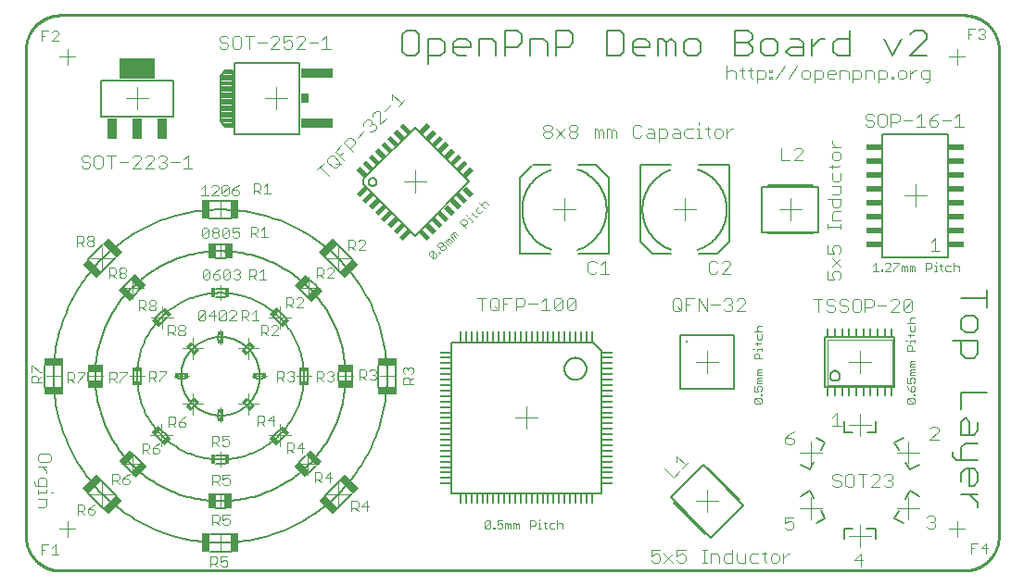
<source format=gto>
G75*
%MOIN*%
%OFA0B0*%
%FSLAX25Y25*%
%IPPOS*%
%LPD*%
%AMOC8*
5,1,8,0,0,1.08239X$1,22.5*
%
%ADD10C,0.00300*%
%ADD11C,0.00400*%
%ADD12C,0.00800*%
%ADD13C,0.01000*%
%ADD14C,0.00500*%
%ADD15R,0.00886X0.00886*%
%ADD16C,0.00000*%
%ADD17R,0.12600X0.07300*%
%ADD18R,0.03400X0.07300*%
%ADD19R,0.11400X0.03400*%
%ADD20R,0.03000X0.03400*%
%ADD21C,0.00787*%
%ADD22R,0.05236X0.01968*%
%ADD23C,0.00600*%
%ADD24C,0.00200*%
%ADD25R,0.00800X0.03300*%
%ADD26R,0.01063X0.03957*%
%ADD27R,0.03957X0.01063*%
%ADD28R,0.02362X0.01181*%
%ADD29R,0.01181X0.02362*%
%ADD30R,0.01600X0.03400*%
%ADD31R,0.03400X0.01600*%
%ADD32R,0.02559X0.05512*%
%ADD33R,0.05512X0.02559*%
%ADD34R,0.02900X0.06900*%
%ADD35R,0.06900X0.02900*%
%ADD36R,0.03900X0.01800*%
%ADD37R,0.01800X0.03900*%
D10*
X0007150Y0007400D02*
X0007150Y0011103D01*
X0009619Y0011103D01*
X0010833Y0009869D02*
X0012068Y0011103D01*
X0012068Y0007400D01*
X0013302Y0007400D02*
X0010833Y0007400D01*
X0008384Y0009252D02*
X0007150Y0009252D01*
X0020150Y0021900D02*
X0020150Y0025603D01*
X0022002Y0025603D01*
X0022619Y0024986D01*
X0022619Y0023752D01*
X0022002Y0023134D01*
X0020150Y0023134D01*
X0021384Y0023134D02*
X0022619Y0021900D01*
X0023833Y0022517D02*
X0024450Y0021900D01*
X0025685Y0021900D01*
X0026302Y0022517D01*
X0026302Y0023134D01*
X0025685Y0023752D01*
X0023833Y0023752D01*
X0023833Y0022517D01*
X0023833Y0023752D02*
X0025068Y0024986D01*
X0026302Y0025603D01*
X0032650Y0032900D02*
X0032650Y0036603D01*
X0034502Y0036603D01*
X0035119Y0035986D01*
X0035119Y0034752D01*
X0034502Y0034134D01*
X0032650Y0034134D01*
X0033884Y0034134D02*
X0035119Y0032900D01*
X0036333Y0033517D02*
X0036333Y0034752D01*
X0038185Y0034752D01*
X0038802Y0034134D01*
X0038802Y0033517D01*
X0038185Y0032900D01*
X0036950Y0032900D01*
X0036333Y0033517D01*
X0036333Y0034752D02*
X0037568Y0035986D01*
X0038802Y0036603D01*
X0043400Y0043900D02*
X0043400Y0047603D01*
X0045252Y0047603D01*
X0045869Y0046986D01*
X0045869Y0045752D01*
X0045252Y0045134D01*
X0043400Y0045134D01*
X0044634Y0045134D02*
X0045869Y0043900D01*
X0047083Y0044517D02*
X0047083Y0045752D01*
X0048935Y0045752D01*
X0049552Y0045134D01*
X0049552Y0044517D01*
X0048935Y0043900D01*
X0047700Y0043900D01*
X0047083Y0044517D01*
X0047083Y0045752D02*
X0048318Y0046986D01*
X0049552Y0047603D01*
X0052900Y0053400D02*
X0052900Y0057103D01*
X0054752Y0057103D01*
X0055369Y0056486D01*
X0055369Y0055252D01*
X0054752Y0054634D01*
X0052900Y0054634D01*
X0054134Y0054634D02*
X0055369Y0053400D01*
X0056583Y0054017D02*
X0056583Y0055252D01*
X0058435Y0055252D01*
X0059052Y0054634D01*
X0059052Y0054017D01*
X0058435Y0053400D01*
X0057200Y0053400D01*
X0056583Y0054017D01*
X0056583Y0055252D02*
X0057818Y0056486D01*
X0059052Y0057103D01*
X0068400Y0050353D02*
X0070252Y0050353D01*
X0070869Y0049736D01*
X0070869Y0048502D01*
X0070252Y0047884D01*
X0068400Y0047884D01*
X0068400Y0046650D02*
X0068400Y0050353D01*
X0069634Y0047884D02*
X0070869Y0046650D01*
X0072083Y0047267D02*
X0072700Y0046650D01*
X0073935Y0046650D01*
X0074552Y0047267D01*
X0074552Y0048502D01*
X0073935Y0049119D01*
X0073318Y0049119D01*
X0072083Y0048502D01*
X0072083Y0050353D01*
X0074552Y0050353D01*
X0084900Y0053900D02*
X0084900Y0057603D01*
X0086752Y0057603D01*
X0087369Y0056986D01*
X0087369Y0055752D01*
X0086752Y0055134D01*
X0084900Y0055134D01*
X0086134Y0055134D02*
X0087369Y0053900D01*
X0088583Y0055752D02*
X0091052Y0055752D01*
X0090435Y0057603D02*
X0088583Y0055752D01*
X0090435Y0057603D02*
X0090435Y0053900D01*
X0095400Y0047853D02*
X0097252Y0047853D01*
X0097869Y0047236D01*
X0097869Y0046002D01*
X0097252Y0045384D01*
X0095400Y0045384D01*
X0095400Y0044150D02*
X0095400Y0047853D01*
X0096634Y0045384D02*
X0097869Y0044150D01*
X0099083Y0046002D02*
X0101552Y0046002D01*
X0100935Y0047853D02*
X0099083Y0046002D01*
X0100935Y0047853D02*
X0100935Y0044150D01*
X0105400Y0037103D02*
X0107252Y0037103D01*
X0107869Y0036486D01*
X0107869Y0035252D01*
X0107252Y0034634D01*
X0105400Y0034634D01*
X0105400Y0033400D02*
X0105400Y0037103D01*
X0106634Y0034634D02*
X0107869Y0033400D01*
X0109083Y0035252D02*
X0111552Y0035252D01*
X0110935Y0037103D02*
X0110935Y0033400D01*
X0109083Y0035252D02*
X0110935Y0037103D01*
X0118650Y0026853D02*
X0120502Y0026853D01*
X0121119Y0026236D01*
X0121119Y0025002D01*
X0120502Y0024384D01*
X0118650Y0024384D01*
X0118650Y0023150D02*
X0118650Y0026853D01*
X0122333Y0025002D02*
X0124802Y0025002D01*
X0124185Y0026853D02*
X0124185Y0023150D01*
X0122333Y0025002D02*
X0124185Y0026853D01*
X0121119Y0023150D02*
X0119884Y0024384D01*
X0074802Y0021853D02*
X0072333Y0021853D01*
X0072333Y0020002D01*
X0073568Y0020619D01*
X0074185Y0020619D01*
X0074802Y0020002D01*
X0074802Y0018767D01*
X0074185Y0018150D01*
X0072950Y0018150D01*
X0072333Y0018767D01*
X0071119Y0018150D02*
X0069884Y0019384D01*
X0070502Y0019384D02*
X0068650Y0019384D01*
X0068650Y0018150D02*
X0068650Y0021853D01*
X0070502Y0021853D01*
X0071119Y0021236D01*
X0071119Y0020002D01*
X0070502Y0019384D01*
X0069752Y0006853D02*
X0070369Y0006236D01*
X0070369Y0005002D01*
X0069752Y0004384D01*
X0067900Y0004384D01*
X0067900Y0003150D02*
X0067900Y0006853D01*
X0069752Y0006853D01*
X0071583Y0006853D02*
X0071583Y0005002D01*
X0072818Y0005619D01*
X0073435Y0005619D01*
X0074052Y0005002D01*
X0074052Y0003767D01*
X0073435Y0003150D01*
X0072200Y0003150D01*
X0071583Y0003767D01*
X0070369Y0003150D02*
X0069134Y0004384D01*
X0071583Y0006853D02*
X0074052Y0006853D01*
X0074185Y0032650D02*
X0072950Y0032650D01*
X0072333Y0033267D01*
X0072333Y0034502D02*
X0073568Y0035119D01*
X0074185Y0035119D01*
X0074802Y0034502D01*
X0074802Y0033267D01*
X0074185Y0032650D01*
X0072333Y0034502D02*
X0072333Y0036353D01*
X0074802Y0036353D01*
X0071119Y0035736D02*
X0071119Y0034502D01*
X0070502Y0033884D01*
X0068650Y0033884D01*
X0068650Y0032650D02*
X0068650Y0036353D01*
X0070502Y0036353D01*
X0071119Y0035736D01*
X0069884Y0033884D02*
X0071119Y0032650D01*
X0091900Y0069900D02*
X0091900Y0073603D01*
X0093752Y0073603D01*
X0094369Y0072986D01*
X0094369Y0071752D01*
X0093752Y0071134D01*
X0091900Y0071134D01*
X0093134Y0071134D02*
X0094369Y0069900D01*
X0095583Y0070517D02*
X0096200Y0069900D01*
X0097435Y0069900D01*
X0098052Y0070517D01*
X0098052Y0071134D01*
X0097435Y0071752D01*
X0096818Y0071752D01*
X0097435Y0071752D02*
X0098052Y0072369D01*
X0098052Y0072986D01*
X0097435Y0073603D01*
X0096200Y0073603D01*
X0095583Y0072986D01*
X0106150Y0073603D02*
X0106150Y0069900D01*
X0106150Y0071134D02*
X0108002Y0071134D01*
X0108619Y0071752D01*
X0108619Y0072986D01*
X0108002Y0073603D01*
X0106150Y0073603D01*
X0109833Y0072986D02*
X0110450Y0073603D01*
X0111685Y0073603D01*
X0112302Y0072986D01*
X0112302Y0072369D01*
X0111685Y0071752D01*
X0112302Y0071134D01*
X0112302Y0070517D01*
X0111685Y0069900D01*
X0110450Y0069900D01*
X0109833Y0070517D01*
X0108619Y0069900D02*
X0107384Y0071134D01*
X0111068Y0071752D02*
X0111685Y0071752D01*
X0121400Y0071634D02*
X0123252Y0071634D01*
X0123869Y0072252D01*
X0123869Y0073486D01*
X0123252Y0074103D01*
X0121400Y0074103D01*
X0121400Y0070400D01*
X0122634Y0071634D02*
X0123869Y0070400D01*
X0125083Y0071017D02*
X0125700Y0070400D01*
X0126935Y0070400D01*
X0127552Y0071017D01*
X0127552Y0071634D01*
X0126935Y0072252D01*
X0126318Y0072252D01*
X0126935Y0072252D02*
X0127552Y0072869D01*
X0127552Y0073486D01*
X0126935Y0074103D01*
X0125700Y0074103D01*
X0125083Y0073486D01*
X0137147Y0073200D02*
X0137147Y0074435D01*
X0137764Y0075052D01*
X0138381Y0075052D01*
X0138998Y0074435D01*
X0139616Y0075052D01*
X0140233Y0075052D01*
X0140850Y0074435D01*
X0140850Y0073200D01*
X0140233Y0072583D01*
X0140850Y0071369D02*
X0139616Y0070134D01*
X0139616Y0070752D02*
X0139616Y0068900D01*
X0140850Y0068900D02*
X0137147Y0068900D01*
X0137147Y0070752D01*
X0137764Y0071369D01*
X0138998Y0071369D01*
X0139616Y0070752D01*
X0137764Y0072583D02*
X0137147Y0073200D01*
X0138998Y0073818D02*
X0138998Y0074435D01*
X0101302Y0096400D02*
X0098833Y0096400D01*
X0101302Y0098869D01*
X0101302Y0099486D01*
X0100685Y0100103D01*
X0099450Y0100103D01*
X0098833Y0099486D01*
X0097619Y0099486D02*
X0097619Y0098252D01*
X0097002Y0097634D01*
X0095150Y0097634D01*
X0095150Y0096400D02*
X0095150Y0100103D01*
X0097002Y0100103D01*
X0097619Y0099486D01*
X0096384Y0097634D02*
X0097619Y0096400D01*
X0091685Y0090103D02*
X0090450Y0090103D01*
X0089833Y0089486D01*
X0088619Y0089486D02*
X0088619Y0088252D01*
X0088002Y0087634D01*
X0086150Y0087634D01*
X0086150Y0086400D02*
X0086150Y0090103D01*
X0088002Y0090103D01*
X0088619Y0089486D01*
X0087384Y0087634D02*
X0088619Y0086400D01*
X0089833Y0086400D02*
X0092302Y0088869D01*
X0092302Y0089486D01*
X0091685Y0090103D01*
X0085302Y0091900D02*
X0082833Y0091900D01*
X0081619Y0091900D02*
X0080384Y0093134D01*
X0081002Y0093134D02*
X0079150Y0093134D01*
X0079150Y0091900D02*
X0079150Y0095603D01*
X0081002Y0095603D01*
X0081619Y0094986D01*
X0081619Y0093752D01*
X0081002Y0093134D01*
X0082833Y0094369D02*
X0084068Y0095603D01*
X0084068Y0091900D01*
X0077093Y0091766D02*
X0074624Y0091766D01*
X0077093Y0094235D01*
X0077093Y0094852D01*
X0076476Y0095469D01*
X0075242Y0095469D01*
X0074624Y0094852D01*
X0073410Y0094852D02*
X0070941Y0092383D01*
X0071558Y0091766D01*
X0072793Y0091766D01*
X0073410Y0092383D01*
X0073410Y0094852D01*
X0072793Y0095469D01*
X0071558Y0095469D01*
X0070941Y0094852D01*
X0070941Y0092383D01*
X0069727Y0093617D02*
X0067258Y0093617D01*
X0069110Y0095469D01*
X0069110Y0091766D01*
X0066044Y0092383D02*
X0066044Y0094852D01*
X0063575Y0092383D01*
X0064192Y0091766D01*
X0065426Y0091766D01*
X0066044Y0092383D01*
X0066044Y0094852D02*
X0065426Y0095469D01*
X0064192Y0095469D01*
X0063575Y0094852D01*
X0063575Y0092383D01*
X0058802Y0089486D02*
X0058802Y0088869D01*
X0058185Y0088252D01*
X0056950Y0088252D01*
X0056333Y0088869D01*
X0056333Y0089486D01*
X0056950Y0090103D01*
X0058185Y0090103D01*
X0058802Y0089486D01*
X0058185Y0088252D02*
X0058802Y0087634D01*
X0058802Y0087017D01*
X0058185Y0086400D01*
X0056950Y0086400D01*
X0056333Y0087017D01*
X0056333Y0087634D01*
X0056950Y0088252D01*
X0055119Y0088252D02*
X0055119Y0089486D01*
X0054502Y0090103D01*
X0052650Y0090103D01*
X0052650Y0086400D01*
X0052650Y0087634D02*
X0054502Y0087634D01*
X0055119Y0088252D01*
X0053884Y0087634D02*
X0055119Y0086400D01*
X0047685Y0095400D02*
X0046450Y0095400D01*
X0045833Y0096017D01*
X0045833Y0096634D01*
X0046450Y0097252D01*
X0047685Y0097252D01*
X0048302Y0096634D01*
X0048302Y0096017D01*
X0047685Y0095400D01*
X0047685Y0097252D02*
X0048302Y0097869D01*
X0048302Y0098486D01*
X0047685Y0099103D01*
X0046450Y0099103D01*
X0045833Y0098486D01*
X0045833Y0097869D01*
X0046450Y0097252D01*
X0044619Y0097252D02*
X0044619Y0098486D01*
X0044002Y0099103D01*
X0042150Y0099103D01*
X0042150Y0095400D01*
X0042150Y0096634D02*
X0044002Y0096634D01*
X0044619Y0097252D01*
X0043384Y0096634D02*
X0044619Y0095400D01*
X0036935Y0107150D02*
X0035700Y0107150D01*
X0035083Y0107767D01*
X0035083Y0108384D01*
X0035700Y0109002D01*
X0036935Y0109002D01*
X0037552Y0108384D01*
X0037552Y0107767D01*
X0036935Y0107150D01*
X0036935Y0109002D02*
X0037552Y0109619D01*
X0037552Y0110236D01*
X0036935Y0110853D01*
X0035700Y0110853D01*
X0035083Y0110236D01*
X0035083Y0109619D01*
X0035700Y0109002D01*
X0033869Y0109002D02*
X0033869Y0110236D01*
X0033252Y0110853D01*
X0031400Y0110853D01*
X0031400Y0107150D01*
X0031400Y0108384D02*
X0033252Y0108384D01*
X0033869Y0109002D01*
X0032634Y0108384D02*
X0033869Y0107150D01*
X0025435Y0118650D02*
X0024200Y0118650D01*
X0023583Y0119267D01*
X0023583Y0119884D01*
X0024200Y0120502D01*
X0025435Y0120502D01*
X0026052Y0119884D01*
X0026052Y0119267D01*
X0025435Y0118650D01*
X0025435Y0120502D02*
X0026052Y0121119D01*
X0026052Y0121736D01*
X0025435Y0122353D01*
X0024200Y0122353D01*
X0023583Y0121736D01*
X0023583Y0121119D01*
X0024200Y0120502D01*
X0022369Y0120502D02*
X0021752Y0119884D01*
X0019900Y0119884D01*
X0019900Y0118650D02*
X0019900Y0122353D01*
X0021752Y0122353D01*
X0022369Y0121736D01*
X0022369Y0120502D01*
X0021134Y0119884D02*
X0022369Y0118650D01*
X0064785Y0122191D02*
X0065402Y0121573D01*
X0066637Y0121573D01*
X0067254Y0122191D01*
X0067254Y0124659D01*
X0064785Y0122191D01*
X0064785Y0124659D01*
X0065402Y0125277D01*
X0066637Y0125277D01*
X0067254Y0124659D01*
X0068468Y0124659D02*
X0068468Y0124042D01*
X0069086Y0123425D01*
X0070320Y0123425D01*
X0070937Y0122808D01*
X0070937Y0122191D01*
X0070320Y0121573D01*
X0069086Y0121573D01*
X0068468Y0122191D01*
X0068468Y0122808D01*
X0069086Y0123425D01*
X0070320Y0123425D02*
X0070937Y0124042D01*
X0070937Y0124659D01*
X0070320Y0125277D01*
X0069086Y0125277D01*
X0068468Y0124659D01*
X0072152Y0124659D02*
X0072152Y0122191D01*
X0074620Y0124659D01*
X0074620Y0122191D01*
X0074003Y0121573D01*
X0072769Y0121573D01*
X0072152Y0122191D01*
X0072152Y0124659D02*
X0072769Y0125277D01*
X0074003Y0125277D01*
X0074620Y0124659D01*
X0075835Y0125277D02*
X0075835Y0123425D01*
X0077069Y0124042D01*
X0077686Y0124042D01*
X0078304Y0123425D01*
X0078304Y0122191D01*
X0077686Y0121573D01*
X0076452Y0121573D01*
X0075835Y0122191D01*
X0075835Y0125277D02*
X0078304Y0125277D01*
X0082400Y0125603D02*
X0084252Y0125603D01*
X0084869Y0124986D01*
X0084869Y0123752D01*
X0084252Y0123134D01*
X0082400Y0123134D01*
X0082400Y0121900D02*
X0082400Y0125603D01*
X0083634Y0123134D02*
X0084869Y0121900D01*
X0086083Y0121900D02*
X0088552Y0121900D01*
X0087318Y0121900D02*
X0087318Y0125603D01*
X0086083Y0124369D01*
X0085869Y0137400D02*
X0084634Y0138634D01*
X0085252Y0138634D02*
X0083400Y0138634D01*
X0083400Y0137400D02*
X0083400Y0141103D01*
X0085252Y0141103D01*
X0085869Y0140486D01*
X0085869Y0139252D01*
X0085252Y0138634D01*
X0087083Y0137400D02*
X0089552Y0137400D01*
X0088318Y0137400D02*
X0088318Y0141103D01*
X0087083Y0139869D01*
X0078168Y0140603D02*
X0076934Y0139986D01*
X0075699Y0138752D01*
X0077551Y0138752D01*
X0078168Y0138134D01*
X0078168Y0137517D01*
X0077551Y0136900D01*
X0076317Y0136900D01*
X0075699Y0137517D01*
X0075699Y0138752D01*
X0074485Y0139986D02*
X0072016Y0137517D01*
X0072633Y0136900D01*
X0073868Y0136900D01*
X0074485Y0137517D01*
X0074485Y0139986D01*
X0073868Y0140603D01*
X0072633Y0140603D01*
X0072016Y0139986D01*
X0072016Y0137517D01*
X0070802Y0136900D02*
X0068333Y0136900D01*
X0070802Y0139369D01*
X0070802Y0139986D01*
X0070185Y0140603D01*
X0068950Y0140603D01*
X0068333Y0139986D01*
X0065884Y0140603D02*
X0065884Y0136900D01*
X0064650Y0136900D02*
X0067119Y0136900D01*
X0064650Y0139369D02*
X0065884Y0140603D01*
X0065749Y0110253D02*
X0066983Y0110253D01*
X0067600Y0109636D01*
X0065131Y0107167D01*
X0065749Y0106550D01*
X0066983Y0106550D01*
X0067600Y0107167D01*
X0067600Y0109636D01*
X0068815Y0108402D02*
X0070666Y0108402D01*
X0071283Y0107785D01*
X0071283Y0107167D01*
X0070666Y0106550D01*
X0069432Y0106550D01*
X0068815Y0107167D01*
X0068815Y0108402D01*
X0070049Y0109636D01*
X0071283Y0110253D01*
X0072498Y0109636D02*
X0073115Y0110253D01*
X0074349Y0110253D01*
X0074967Y0109636D01*
X0072498Y0107167D01*
X0073115Y0106550D01*
X0074349Y0106550D01*
X0074967Y0107167D01*
X0074967Y0109636D01*
X0076181Y0109636D02*
X0076798Y0110253D01*
X0078033Y0110253D01*
X0078650Y0109636D01*
X0078650Y0109019D01*
X0078033Y0108402D01*
X0078650Y0107785D01*
X0078650Y0107167D01*
X0078033Y0106550D01*
X0076798Y0106550D01*
X0076181Y0107167D01*
X0077415Y0108402D02*
X0078033Y0108402D01*
X0081900Y0107884D02*
X0083752Y0107884D01*
X0084369Y0108502D01*
X0084369Y0109736D01*
X0083752Y0110353D01*
X0081900Y0110353D01*
X0081900Y0106650D01*
X0083134Y0107884D02*
X0084369Y0106650D01*
X0085583Y0106650D02*
X0088052Y0106650D01*
X0086818Y0106650D02*
X0086818Y0110353D01*
X0085583Y0109119D01*
X0072498Y0109636D02*
X0072498Y0107167D01*
X0065131Y0107167D02*
X0065131Y0109636D01*
X0065749Y0110253D01*
X0089833Y0086400D02*
X0092302Y0086400D01*
X0106150Y0107150D02*
X0106150Y0110853D01*
X0108002Y0110853D01*
X0108619Y0110236D01*
X0108619Y0109002D01*
X0108002Y0108384D01*
X0106150Y0108384D01*
X0107384Y0108384D02*
X0108619Y0107150D01*
X0109833Y0107150D02*
X0112302Y0109619D01*
X0112302Y0110236D01*
X0111685Y0110853D01*
X0110450Y0110853D01*
X0109833Y0110236D01*
X0109833Y0107150D02*
X0112302Y0107150D01*
X0117400Y0117150D02*
X0117400Y0120853D01*
X0119252Y0120853D01*
X0119869Y0120236D01*
X0119869Y0119002D01*
X0119252Y0118384D01*
X0117400Y0118384D01*
X0118634Y0118384D02*
X0119869Y0117150D01*
X0121083Y0117150D02*
X0123552Y0119619D01*
X0123552Y0120236D01*
X0122935Y0120853D01*
X0121700Y0120853D01*
X0121083Y0120236D01*
X0121083Y0117150D02*
X0123552Y0117150D01*
X0146557Y0116124D02*
X0146557Y0115440D01*
X0147926Y0114072D01*
X0147926Y0116808D01*
X0149294Y0115440D01*
X0149294Y0114756D01*
X0148610Y0114072D01*
X0147926Y0114072D01*
X0146557Y0116124D02*
X0147242Y0116808D01*
X0147926Y0116808D01*
X0150009Y0116155D02*
X0150351Y0115813D01*
X0150693Y0116155D01*
X0150351Y0116498D01*
X0150009Y0116155D01*
X0151051Y0117197D02*
X0150709Y0117539D01*
X0150709Y0118223D01*
X0151393Y0118907D01*
X0152077Y0118907D01*
X0152419Y0118565D01*
X0152419Y0117881D01*
X0151735Y0117197D01*
X0151051Y0117197D01*
X0150709Y0118223D02*
X0150025Y0118223D01*
X0149683Y0118565D01*
X0149683Y0119250D01*
X0150367Y0119934D01*
X0151051Y0119934D01*
X0151393Y0119592D01*
X0151393Y0118907D01*
X0152108Y0120307D02*
X0152450Y0120649D01*
X0153134Y0120649D01*
X0153134Y0121333D01*
X0153819Y0121333D01*
X0154845Y0120307D01*
X0154161Y0119623D02*
X0153134Y0120649D01*
X0152108Y0120307D02*
X0153477Y0118939D01*
X0155560Y0121022D02*
X0154192Y0122390D01*
X0154534Y0122732D01*
X0155218Y0122732D01*
X0155218Y0123417D01*
X0155902Y0123417D01*
X0156928Y0122390D01*
X0156244Y0121706D02*
X0155218Y0122732D01*
X0159043Y0125873D02*
X0160069Y0126899D01*
X0160069Y0127584D01*
X0159385Y0128268D01*
X0158701Y0128268D01*
X0157675Y0127241D01*
X0159727Y0125189D01*
X0161811Y0127273D02*
X0162495Y0127957D01*
X0162153Y0127615D02*
X0160784Y0128983D01*
X0160442Y0128641D01*
X0160100Y0129667D02*
X0159758Y0130009D01*
X0161831Y0130030D02*
X0162515Y0130714D01*
X0161831Y0130714D02*
X0163200Y0129346D01*
X0163884Y0129346D01*
X0164246Y0130393D02*
X0164931Y0130393D01*
X0165957Y0131419D01*
X0166672Y0132134D02*
X0164620Y0134187D01*
X0165646Y0133844D02*
X0166330Y0134529D01*
X0167014Y0134529D01*
X0168040Y0133502D01*
X0165646Y0133160D02*
X0165646Y0133844D01*
X0164589Y0132787D02*
X0163562Y0131761D01*
X0163562Y0131077D01*
X0164246Y0130393D01*
X0263448Y0087928D02*
X0266350Y0087928D01*
X0266350Y0086916D02*
X0266350Y0085465D01*
X0265866Y0084981D01*
X0264899Y0084981D01*
X0264415Y0085465D01*
X0264415Y0086916D01*
X0264899Y0087928D02*
X0264415Y0088411D01*
X0264415Y0089379D01*
X0264899Y0089863D01*
X0266350Y0089863D01*
X0266350Y0083984D02*
X0265866Y0083500D01*
X0263931Y0083500D01*
X0264415Y0083017D02*
X0264415Y0083984D01*
X0264415Y0081536D02*
X0266350Y0081536D01*
X0266350Y0081052D02*
X0266350Y0082020D01*
X0264415Y0081536D02*
X0264415Y0081052D01*
X0263448Y0081536D02*
X0262964Y0081536D01*
X0263931Y0080041D02*
X0264899Y0080041D01*
X0265383Y0079557D01*
X0265383Y0078106D01*
X0266350Y0078106D02*
X0263448Y0078106D01*
X0263448Y0079557D01*
X0263931Y0080041D01*
X0264899Y0074148D02*
X0264415Y0073664D01*
X0264899Y0073180D01*
X0266350Y0073180D01*
X0266350Y0072213D02*
X0264415Y0072213D01*
X0264415Y0072697D01*
X0264899Y0073180D01*
X0264899Y0074148D02*
X0266350Y0074148D01*
X0266350Y0071201D02*
X0264899Y0071201D01*
X0264415Y0070718D01*
X0264899Y0070234D01*
X0266350Y0070234D01*
X0266350Y0069266D02*
X0264415Y0069266D01*
X0264415Y0069750D01*
X0264899Y0070234D01*
X0264899Y0068255D02*
X0264415Y0067771D01*
X0264415Y0067287D01*
X0264899Y0066320D01*
X0263448Y0066320D01*
X0263448Y0068255D01*
X0264899Y0068255D02*
X0265866Y0068255D01*
X0266350Y0067771D01*
X0266350Y0066804D01*
X0265866Y0066320D01*
X0265866Y0065330D02*
X0266350Y0065330D01*
X0266350Y0064847D01*
X0265866Y0064847D01*
X0265866Y0065330D01*
X0265866Y0063835D02*
X0263931Y0063835D01*
X0265866Y0061900D01*
X0266350Y0062384D01*
X0266350Y0063351D01*
X0265866Y0063835D01*
X0263931Y0063835D02*
X0263448Y0063351D01*
X0263448Y0062384D01*
X0263931Y0061900D01*
X0265866Y0061900D01*
X0318448Y0062384D02*
X0318448Y0063351D01*
X0318931Y0063835D01*
X0320866Y0061900D01*
X0321350Y0062384D01*
X0321350Y0063351D01*
X0320866Y0063835D01*
X0318931Y0063835D01*
X0318448Y0062384D02*
X0318931Y0061900D01*
X0320866Y0061900D01*
X0320866Y0064847D02*
X0320866Y0065330D01*
X0321350Y0065330D01*
X0321350Y0064847D01*
X0320866Y0064847D01*
X0320866Y0066320D02*
X0321350Y0066804D01*
X0321350Y0067771D01*
X0320866Y0068255D01*
X0320383Y0068255D01*
X0319899Y0067771D01*
X0319899Y0066320D01*
X0320866Y0066320D01*
X0319899Y0066320D02*
X0318931Y0067287D01*
X0318448Y0068255D01*
X0318448Y0069266D02*
X0319899Y0069266D01*
X0319415Y0070234D01*
X0319415Y0070718D01*
X0319899Y0071201D01*
X0320866Y0071201D01*
X0321350Y0070718D01*
X0321350Y0069750D01*
X0320866Y0069266D01*
X0318448Y0069266D02*
X0318448Y0071201D01*
X0319415Y0072213D02*
X0319415Y0072697D01*
X0319899Y0073180D01*
X0319415Y0073664D01*
X0319899Y0074148D01*
X0321350Y0074148D01*
X0321350Y0073180D02*
X0319899Y0073180D01*
X0319415Y0072213D02*
X0321350Y0072213D01*
X0321350Y0075159D02*
X0319415Y0075159D01*
X0319415Y0075643D01*
X0319899Y0076127D01*
X0319415Y0076611D01*
X0319899Y0077094D01*
X0321350Y0077094D01*
X0321350Y0076127D02*
X0319899Y0076127D01*
X0320383Y0081052D02*
X0320383Y0082504D01*
X0319899Y0082987D01*
X0318931Y0082987D01*
X0318448Y0082504D01*
X0318448Y0081052D01*
X0321350Y0081052D01*
X0321350Y0083999D02*
X0321350Y0084966D01*
X0321350Y0084483D02*
X0319415Y0084483D01*
X0319415Y0083999D01*
X0318448Y0084483D02*
X0317964Y0084483D01*
X0319415Y0085963D02*
X0319415Y0086931D01*
X0318931Y0086447D02*
X0320866Y0086447D01*
X0321350Y0086931D01*
X0320866Y0087928D02*
X0321350Y0088411D01*
X0321350Y0089863D01*
X0321350Y0090874D02*
X0318448Y0090874D01*
X0319415Y0091358D02*
X0319415Y0092325D01*
X0319899Y0092809D01*
X0321350Y0092809D01*
X0319899Y0090874D02*
X0319415Y0091358D01*
X0319415Y0089863D02*
X0319415Y0088411D01*
X0319899Y0087928D01*
X0320866Y0087928D01*
X0321344Y0109650D02*
X0321344Y0111101D01*
X0320861Y0111585D01*
X0320377Y0111101D01*
X0320377Y0109650D01*
X0319409Y0109650D02*
X0319409Y0111585D01*
X0319893Y0111585D01*
X0320377Y0111101D01*
X0318398Y0111101D02*
X0318398Y0109650D01*
X0317430Y0109650D02*
X0317430Y0111101D01*
X0317914Y0111585D01*
X0318398Y0111101D01*
X0317430Y0111101D02*
X0316947Y0111585D01*
X0316463Y0111585D01*
X0316463Y0109650D01*
X0315451Y0112069D02*
X0313516Y0110134D01*
X0313516Y0109650D01*
X0312505Y0109650D02*
X0310570Y0109650D01*
X0312505Y0111585D01*
X0312505Y0112069D01*
X0312021Y0112552D01*
X0311054Y0112552D01*
X0310570Y0112069D01*
X0309580Y0110134D02*
X0309580Y0109650D01*
X0309097Y0109650D01*
X0309097Y0110134D01*
X0309580Y0110134D01*
X0308085Y0109650D02*
X0306150Y0109650D01*
X0307117Y0109650D02*
X0307117Y0112552D01*
X0306150Y0111585D01*
X0313516Y0112552D02*
X0315451Y0112552D01*
X0315451Y0112069D01*
X0325302Y0112552D02*
X0325302Y0109650D01*
X0325302Y0110617D02*
X0326754Y0110617D01*
X0327237Y0111101D01*
X0327237Y0112069D01*
X0326754Y0112552D01*
X0325302Y0112552D01*
X0328249Y0111585D02*
X0328733Y0111585D01*
X0328733Y0109650D01*
X0329216Y0109650D02*
X0328249Y0109650D01*
X0330697Y0110134D02*
X0331181Y0109650D01*
X0330697Y0110134D02*
X0330697Y0112069D01*
X0330213Y0111585D02*
X0331181Y0111585D01*
X0332178Y0111101D02*
X0332178Y0110134D01*
X0332661Y0109650D01*
X0334113Y0109650D01*
X0335124Y0109650D02*
X0335124Y0112552D01*
X0335608Y0111585D02*
X0335124Y0111101D01*
X0335608Y0111585D02*
X0336575Y0111585D01*
X0337059Y0111101D01*
X0337059Y0109650D01*
X0334113Y0111585D02*
X0332661Y0111585D01*
X0332178Y0111101D01*
X0328733Y0112552D02*
X0328733Y0113036D01*
X0340400Y0193150D02*
X0340400Y0196853D01*
X0342869Y0196853D01*
X0344083Y0196236D02*
X0344700Y0196853D01*
X0345935Y0196853D01*
X0346552Y0196236D01*
X0346552Y0195619D01*
X0345935Y0195002D01*
X0346552Y0194384D01*
X0346552Y0193767D01*
X0345935Y0193150D01*
X0344700Y0193150D01*
X0344083Y0193767D01*
X0345318Y0195002D02*
X0345935Y0195002D01*
X0341634Y0195002D02*
X0340400Y0195002D01*
X0052052Y0073603D02*
X0052052Y0072986D01*
X0049583Y0070517D01*
X0049583Y0069900D01*
X0048369Y0069900D02*
X0047134Y0071134D01*
X0047752Y0071134D02*
X0045900Y0071134D01*
X0045900Y0069900D02*
X0045900Y0073603D01*
X0047752Y0073603D01*
X0048369Y0072986D01*
X0048369Y0071752D01*
X0047752Y0071134D01*
X0049583Y0073603D02*
X0052052Y0073603D01*
X0037802Y0073353D02*
X0037802Y0072736D01*
X0035333Y0070267D01*
X0035333Y0069650D01*
X0034119Y0069650D02*
X0032884Y0070884D01*
X0033502Y0070884D02*
X0031650Y0070884D01*
X0031650Y0069650D02*
X0031650Y0073353D01*
X0033502Y0073353D01*
X0034119Y0072736D01*
X0034119Y0071502D01*
X0033502Y0070884D01*
X0035333Y0073353D02*
X0037802Y0073353D01*
X0022552Y0073103D02*
X0022552Y0072486D01*
X0020083Y0070017D01*
X0020083Y0069400D01*
X0018869Y0069400D02*
X0017634Y0070634D01*
X0018252Y0070634D02*
X0016400Y0070634D01*
X0016400Y0069400D02*
X0016400Y0073103D01*
X0018252Y0073103D01*
X0018869Y0072486D01*
X0018869Y0071252D01*
X0018252Y0070634D01*
X0020083Y0073103D02*
X0022552Y0073103D01*
X0007100Y0073083D02*
X0006483Y0073083D01*
X0004014Y0075552D01*
X0003397Y0075552D01*
X0003397Y0073083D01*
X0004014Y0071869D02*
X0003397Y0071252D01*
X0003397Y0069400D01*
X0007100Y0069400D01*
X0005866Y0069400D02*
X0005866Y0071252D01*
X0005248Y0071869D01*
X0004014Y0071869D01*
X0005866Y0070634D02*
X0007100Y0071869D01*
X0166650Y0019319D02*
X0166650Y0017384D01*
X0168585Y0019319D01*
X0168585Y0017384D01*
X0168101Y0016900D01*
X0167134Y0016900D01*
X0166650Y0017384D01*
X0166650Y0019319D02*
X0167134Y0019802D01*
X0168101Y0019802D01*
X0168585Y0019319D01*
X0169597Y0017384D02*
X0170080Y0017384D01*
X0170080Y0016900D01*
X0169597Y0016900D01*
X0169597Y0017384D01*
X0171070Y0017384D02*
X0171554Y0016900D01*
X0172521Y0016900D01*
X0173005Y0017384D01*
X0173005Y0018351D01*
X0172521Y0018835D01*
X0172037Y0018835D01*
X0171070Y0018351D01*
X0171070Y0019802D01*
X0173005Y0019802D01*
X0174016Y0018835D02*
X0174500Y0018835D01*
X0174984Y0018351D01*
X0175468Y0018835D01*
X0175951Y0018351D01*
X0175951Y0016900D01*
X0174984Y0016900D02*
X0174984Y0018351D01*
X0174016Y0018835D02*
X0174016Y0016900D01*
X0176963Y0016900D02*
X0176963Y0018835D01*
X0177447Y0018835D01*
X0177930Y0018351D01*
X0178414Y0018835D01*
X0178898Y0018351D01*
X0178898Y0016900D01*
X0177930Y0016900D02*
X0177930Y0018351D01*
X0182856Y0017867D02*
X0184307Y0017867D01*
X0184791Y0018351D01*
X0184791Y0019319D01*
X0184307Y0019802D01*
X0182856Y0019802D01*
X0182856Y0016900D01*
X0185802Y0016900D02*
X0186770Y0016900D01*
X0186286Y0016900D02*
X0186286Y0018835D01*
X0185802Y0018835D01*
X0186286Y0019802D02*
X0186286Y0020286D01*
X0187767Y0018835D02*
X0188734Y0018835D01*
X0188250Y0019319D02*
X0188250Y0017384D01*
X0188734Y0016900D01*
X0189731Y0017384D02*
X0190215Y0016900D01*
X0191666Y0016900D01*
X0192678Y0016900D02*
X0192678Y0019802D01*
X0193161Y0018835D02*
X0194129Y0018835D01*
X0194613Y0018351D01*
X0194613Y0016900D01*
X0192678Y0018351D02*
X0193161Y0018835D01*
X0191666Y0018835D02*
X0190215Y0018835D01*
X0189731Y0018351D01*
X0189731Y0017384D01*
X0341400Y0011603D02*
X0341400Y0007900D01*
X0341400Y0009752D02*
X0342634Y0009752D01*
X0341400Y0011603D02*
X0343869Y0011603D01*
X0345083Y0009752D02*
X0347552Y0009752D01*
X0346935Y0011603D02*
X0346935Y0007900D01*
X0345083Y0009752D02*
X0346935Y0011603D01*
X0013302Y0192400D02*
X0010833Y0192400D01*
X0013302Y0194869D01*
X0013302Y0195486D01*
X0012685Y0196103D01*
X0011450Y0196103D01*
X0010833Y0195486D01*
X0009619Y0196103D02*
X0007150Y0196103D01*
X0007150Y0192400D01*
X0007150Y0194252D02*
X0008384Y0194252D01*
D11*
X0071200Y0193537D02*
X0071200Y0192769D01*
X0071967Y0192002D01*
X0073502Y0192002D01*
X0074269Y0191235D01*
X0074269Y0190467D01*
X0073502Y0189700D01*
X0071967Y0189700D01*
X0071200Y0190467D01*
X0075804Y0190467D02*
X0076571Y0189700D01*
X0078106Y0189700D01*
X0078873Y0190467D01*
X0078873Y0193537D01*
X0078106Y0194304D01*
X0076571Y0194304D01*
X0075804Y0193537D01*
X0075804Y0190467D01*
X0074269Y0193537D02*
X0073502Y0194304D01*
X0071967Y0194304D01*
X0071200Y0193537D01*
X0080408Y0194304D02*
X0083477Y0194304D01*
X0081942Y0194304D02*
X0081942Y0189700D01*
X0085012Y0192002D02*
X0088081Y0192002D01*
X0089616Y0193537D02*
X0090383Y0194304D01*
X0091918Y0194304D01*
X0092685Y0193537D01*
X0092685Y0192769D01*
X0089616Y0189700D01*
X0092685Y0189700D01*
X0094220Y0190467D02*
X0094987Y0189700D01*
X0096522Y0189700D01*
X0097289Y0190467D01*
X0097289Y0192002D01*
X0096522Y0192769D01*
X0095754Y0192769D01*
X0094220Y0192002D01*
X0094220Y0194304D01*
X0097289Y0194304D01*
X0098824Y0193537D02*
X0099591Y0194304D01*
X0101126Y0194304D01*
X0101893Y0193537D01*
X0101893Y0192769D01*
X0098824Y0189700D01*
X0101893Y0189700D01*
X0103427Y0192002D02*
X0106497Y0192002D01*
X0108031Y0192769D02*
X0109566Y0194304D01*
X0109566Y0189700D01*
X0108031Y0189700D02*
X0111101Y0189700D01*
X0133360Y0173332D02*
X0136615Y0170077D01*
X0135530Y0168992D02*
X0137700Y0171162D01*
X0133360Y0171162D02*
X0133360Y0173332D01*
X0132817Y0169534D02*
X0130647Y0167364D01*
X0129019Y0166821D02*
X0128476Y0167364D01*
X0127391Y0167364D01*
X0126306Y0166279D01*
X0126306Y0165194D01*
X0125221Y0164109D02*
X0125764Y0163566D01*
X0125764Y0162481D01*
X0126849Y0162481D01*
X0127391Y0161938D01*
X0127391Y0160853D01*
X0126306Y0159768D01*
X0125221Y0159768D01*
X0125221Y0161938D02*
X0125764Y0162481D01*
X0125221Y0164109D02*
X0124136Y0164109D01*
X0123051Y0163023D01*
X0123051Y0161938D01*
X0123051Y0159768D02*
X0120880Y0157598D01*
X0119795Y0156512D02*
X0119795Y0155427D01*
X0118168Y0153800D01*
X0119253Y0152714D02*
X0115997Y0155970D01*
X0117625Y0157598D01*
X0118710Y0157598D01*
X0119795Y0156512D01*
X0114912Y0154885D02*
X0112742Y0152714D01*
X0115997Y0149459D01*
X0114912Y0148374D02*
X0112742Y0148374D01*
X0114369Y0148916D02*
X0112199Y0151087D01*
X0111114Y0151087D01*
X0110029Y0150002D01*
X0110029Y0148916D01*
X0112199Y0146746D01*
X0113284Y0146746D01*
X0114369Y0147831D01*
X0114369Y0148916D01*
X0114369Y0151087D02*
X0115455Y0152172D01*
X0108401Y0148374D02*
X0106231Y0146204D01*
X0107316Y0147289D02*
X0110571Y0144033D01*
X0129019Y0162481D02*
X0129019Y0166821D01*
X0131189Y0164651D02*
X0129019Y0162481D01*
X0187700Y0161537D02*
X0187700Y0160769D01*
X0188467Y0160002D01*
X0190002Y0160002D01*
X0190769Y0159235D01*
X0190769Y0158467D01*
X0190002Y0157700D01*
X0188467Y0157700D01*
X0187700Y0158467D01*
X0187700Y0159235D01*
X0188467Y0160002D01*
X0190002Y0160002D02*
X0190769Y0160769D01*
X0190769Y0161537D01*
X0190002Y0162304D01*
X0188467Y0162304D01*
X0187700Y0161537D01*
X0192304Y0160769D02*
X0195373Y0157700D01*
X0196908Y0158467D02*
X0196908Y0159235D01*
X0197675Y0160002D01*
X0199210Y0160002D01*
X0199977Y0159235D01*
X0199977Y0158467D01*
X0199210Y0157700D01*
X0197675Y0157700D01*
X0196908Y0158467D01*
X0197675Y0160002D02*
X0196908Y0160769D01*
X0196908Y0161537D01*
X0197675Y0162304D01*
X0199210Y0162304D01*
X0199977Y0161537D01*
X0199977Y0160769D01*
X0199210Y0160002D01*
X0195373Y0160769D02*
X0192304Y0157700D01*
X0206116Y0157700D02*
X0206116Y0160769D01*
X0206883Y0160769D01*
X0207650Y0160002D01*
X0208418Y0160769D01*
X0209185Y0160002D01*
X0209185Y0157700D01*
X0210720Y0157700D02*
X0210720Y0160769D01*
X0211487Y0160769D01*
X0212254Y0160002D01*
X0213022Y0160769D01*
X0213789Y0160002D01*
X0213789Y0157700D01*
X0212254Y0157700D02*
X0212254Y0160002D01*
X0207650Y0160002D02*
X0207650Y0157700D01*
X0219927Y0158467D02*
X0220695Y0157700D01*
X0222229Y0157700D01*
X0222997Y0158467D01*
X0224531Y0158467D02*
X0225299Y0159235D01*
X0227601Y0159235D01*
X0227601Y0160002D02*
X0227601Y0157700D01*
X0225299Y0157700D01*
X0224531Y0158467D01*
X0226833Y0160769D02*
X0227601Y0160002D01*
X0226833Y0160769D02*
X0225299Y0160769D01*
X0222997Y0161537D02*
X0222229Y0162304D01*
X0220695Y0162304D01*
X0219927Y0161537D01*
X0219927Y0158467D01*
X0229135Y0157700D02*
X0231437Y0157700D01*
X0232205Y0158467D01*
X0232205Y0160002D01*
X0231437Y0160769D01*
X0229135Y0160769D01*
X0229135Y0156165D01*
X0233739Y0158467D02*
X0234507Y0159235D01*
X0236809Y0159235D01*
X0236809Y0160002D02*
X0236809Y0157700D01*
X0234507Y0157700D01*
X0233739Y0158467D01*
X0236041Y0160769D02*
X0236809Y0160002D01*
X0236041Y0160769D02*
X0234507Y0160769D01*
X0238343Y0160002D02*
X0238343Y0158467D01*
X0239110Y0157700D01*
X0241412Y0157700D01*
X0242947Y0157700D02*
X0244482Y0157700D01*
X0243714Y0157700D02*
X0243714Y0160769D01*
X0242947Y0160769D01*
X0241412Y0160769D02*
X0239110Y0160769D01*
X0238343Y0160002D01*
X0243714Y0162304D02*
X0243714Y0163071D01*
X0246016Y0160769D02*
X0247551Y0160769D01*
X0246784Y0161537D02*
X0246784Y0158467D01*
X0247551Y0157700D01*
X0249086Y0158467D02*
X0249853Y0157700D01*
X0251388Y0157700D01*
X0252155Y0158467D01*
X0252155Y0160002D01*
X0251388Y0160769D01*
X0249853Y0160769D01*
X0249086Y0160002D01*
X0249086Y0158467D01*
X0253690Y0157700D02*
X0253690Y0160769D01*
X0253690Y0159235D02*
X0255224Y0160769D01*
X0255992Y0160769D01*
X0273200Y0154054D02*
X0273200Y0149450D01*
X0276269Y0149450D01*
X0277804Y0149450D02*
X0280873Y0152519D01*
X0280873Y0153287D01*
X0280106Y0154054D01*
X0278571Y0154054D01*
X0277804Y0153287D01*
X0277804Y0149450D02*
X0280873Y0149450D01*
X0290713Y0147207D02*
X0293783Y0147207D01*
X0294550Y0147975D01*
X0293783Y0149509D02*
X0292248Y0149509D01*
X0291481Y0150277D01*
X0291481Y0151811D01*
X0292248Y0152579D01*
X0293783Y0152579D01*
X0294550Y0151811D01*
X0294550Y0150277D01*
X0293783Y0149509D01*
X0291481Y0147975D02*
X0291481Y0146440D01*
X0291481Y0144905D02*
X0291481Y0142603D01*
X0292248Y0141836D01*
X0293783Y0141836D01*
X0294550Y0142603D01*
X0294550Y0144905D01*
X0294550Y0140302D02*
X0291481Y0140302D01*
X0294550Y0140302D02*
X0294550Y0138000D01*
X0293783Y0137232D01*
X0291481Y0137232D01*
X0291481Y0135698D02*
X0291481Y0133396D01*
X0292248Y0132628D01*
X0293783Y0132628D01*
X0294550Y0133396D01*
X0294550Y0135698D01*
X0289946Y0135698D01*
X0292248Y0131094D02*
X0294550Y0131094D01*
X0292248Y0131094D02*
X0291481Y0130326D01*
X0291481Y0128024D01*
X0294550Y0128024D01*
X0294550Y0126490D02*
X0294550Y0124955D01*
X0294550Y0125722D02*
X0289946Y0125722D01*
X0289946Y0124955D02*
X0289946Y0126490D01*
X0289946Y0118817D02*
X0289946Y0115747D01*
X0292248Y0115747D01*
X0291481Y0117282D01*
X0291481Y0118049D01*
X0292248Y0118817D01*
X0293783Y0118817D01*
X0294550Y0118049D01*
X0294550Y0116515D01*
X0293783Y0115747D01*
X0294550Y0114213D02*
X0291481Y0111143D01*
X0292248Y0109609D02*
X0293783Y0109609D01*
X0294550Y0108841D01*
X0294550Y0107307D01*
X0293783Y0106539D01*
X0292248Y0106539D02*
X0291481Y0108074D01*
X0291481Y0108841D01*
X0292248Y0109609D01*
X0289946Y0109609D02*
X0289946Y0106539D01*
X0292248Y0106539D01*
X0294550Y0111143D02*
X0291481Y0114213D01*
X0291856Y0099554D02*
X0290321Y0099554D01*
X0289554Y0098787D01*
X0289554Y0098019D01*
X0290321Y0097252D01*
X0291856Y0097252D01*
X0292623Y0096485D01*
X0292623Y0095717D01*
X0291856Y0094950D01*
X0290321Y0094950D01*
X0289554Y0095717D01*
X0286485Y0094950D02*
X0286485Y0099554D01*
X0288019Y0099554D02*
X0284950Y0099554D01*
X0291856Y0099554D02*
X0292623Y0098787D01*
X0294158Y0098787D02*
X0294158Y0098019D01*
X0294925Y0097252D01*
X0296460Y0097252D01*
X0297227Y0096485D01*
X0297227Y0095717D01*
X0296460Y0094950D01*
X0294925Y0094950D01*
X0294158Y0095717D01*
X0294158Y0098787D02*
X0294925Y0099554D01*
X0296460Y0099554D01*
X0297227Y0098787D01*
X0298762Y0098787D02*
X0298762Y0095717D01*
X0299529Y0094950D01*
X0301064Y0094950D01*
X0301831Y0095717D01*
X0301831Y0098787D01*
X0301064Y0099554D01*
X0299529Y0099554D01*
X0298762Y0098787D01*
X0303366Y0099554D02*
X0305668Y0099554D01*
X0306435Y0098787D01*
X0306435Y0097252D01*
X0305668Y0096485D01*
X0303366Y0096485D01*
X0303366Y0094950D02*
X0303366Y0099554D01*
X0307970Y0097252D02*
X0311039Y0097252D01*
X0312574Y0098787D02*
X0313341Y0099554D01*
X0314876Y0099554D01*
X0315643Y0098787D01*
X0315643Y0098019D01*
X0312574Y0094950D01*
X0315643Y0094950D01*
X0317177Y0095717D02*
X0320247Y0098787D01*
X0320247Y0095717D01*
X0319479Y0094950D01*
X0317945Y0094950D01*
X0317177Y0095717D01*
X0317177Y0098787D01*
X0317945Y0099554D01*
X0319479Y0099554D01*
X0320247Y0098787D01*
X0327096Y0116950D02*
X0330165Y0116950D01*
X0328631Y0116950D02*
X0328631Y0121554D01*
X0327096Y0120019D01*
X0294550Y0154113D02*
X0291481Y0154113D01*
X0293015Y0154113D02*
X0291481Y0155648D01*
X0291481Y0156415D01*
X0303450Y0162467D02*
X0304217Y0161700D01*
X0305752Y0161700D01*
X0306519Y0162467D01*
X0306519Y0163235D01*
X0305752Y0164002D01*
X0304217Y0164002D01*
X0303450Y0164769D01*
X0303450Y0165537D01*
X0304217Y0166304D01*
X0305752Y0166304D01*
X0306519Y0165537D01*
X0308054Y0165537D02*
X0308054Y0162467D01*
X0308821Y0161700D01*
X0310356Y0161700D01*
X0311123Y0162467D01*
X0311123Y0165537D01*
X0310356Y0166304D01*
X0308821Y0166304D01*
X0308054Y0165537D01*
X0312658Y0166304D02*
X0314960Y0166304D01*
X0315727Y0165537D01*
X0315727Y0164002D01*
X0314960Y0163235D01*
X0312658Y0163235D01*
X0312658Y0161700D02*
X0312658Y0166304D01*
X0317262Y0164002D02*
X0320331Y0164002D01*
X0321866Y0164769D02*
X0323400Y0166304D01*
X0323400Y0161700D01*
X0321866Y0161700D02*
X0324935Y0161700D01*
X0326470Y0162467D02*
X0327237Y0161700D01*
X0328772Y0161700D01*
X0329539Y0162467D01*
X0329539Y0163235D01*
X0328772Y0164002D01*
X0326470Y0164002D01*
X0326470Y0162467D01*
X0326470Y0164002D02*
X0328004Y0165537D01*
X0329539Y0166304D01*
X0331074Y0164002D02*
X0334143Y0164002D01*
X0335677Y0164769D02*
X0337212Y0166304D01*
X0337212Y0161700D01*
X0335677Y0161700D02*
X0338747Y0161700D01*
X0325828Y0177415D02*
X0326595Y0178183D01*
X0326595Y0182019D01*
X0324293Y0182019D01*
X0323526Y0181252D01*
X0323526Y0179717D01*
X0324293Y0178950D01*
X0326595Y0178950D01*
X0325828Y0177415D02*
X0325061Y0177415D01*
X0321992Y0182019D02*
X0321224Y0182019D01*
X0319690Y0180485D01*
X0319690Y0182019D02*
X0319690Y0178950D01*
X0318155Y0179717D02*
X0318155Y0181252D01*
X0317388Y0182019D01*
X0315853Y0182019D01*
X0315086Y0181252D01*
X0315086Y0179717D01*
X0315853Y0178950D01*
X0317388Y0178950D01*
X0318155Y0179717D01*
X0313551Y0179717D02*
X0313551Y0178950D01*
X0312784Y0178950D01*
X0312784Y0179717D01*
X0313551Y0179717D01*
X0311249Y0179717D02*
X0310482Y0178950D01*
X0308180Y0178950D01*
X0308180Y0177415D02*
X0308180Y0182019D01*
X0310482Y0182019D01*
X0311249Y0181252D01*
X0311249Y0179717D01*
X0306645Y0178950D02*
X0306645Y0181252D01*
X0305878Y0182019D01*
X0303576Y0182019D01*
X0303576Y0178950D01*
X0302041Y0179717D02*
X0301274Y0178950D01*
X0298972Y0178950D01*
X0298972Y0177415D02*
X0298972Y0182019D01*
X0301274Y0182019D01*
X0302041Y0181252D01*
X0302041Y0179717D01*
X0297437Y0178950D02*
X0297437Y0181252D01*
X0296670Y0182019D01*
X0294368Y0182019D01*
X0294368Y0178950D01*
X0292833Y0180485D02*
X0292833Y0181252D01*
X0292066Y0182019D01*
X0290531Y0182019D01*
X0289764Y0181252D01*
X0289764Y0179717D01*
X0290531Y0178950D01*
X0292066Y0178950D01*
X0292833Y0180485D02*
X0289764Y0180485D01*
X0288229Y0181252D02*
X0288229Y0179717D01*
X0287462Y0178950D01*
X0285160Y0178950D01*
X0285160Y0177415D02*
X0285160Y0182019D01*
X0287462Y0182019D01*
X0288229Y0181252D01*
X0283625Y0181252D02*
X0283625Y0179717D01*
X0282858Y0178950D01*
X0281324Y0178950D01*
X0280556Y0179717D01*
X0280556Y0181252D01*
X0281324Y0182019D01*
X0282858Y0182019D01*
X0283625Y0181252D01*
X0279022Y0183554D02*
X0275952Y0178950D01*
X0271348Y0178950D02*
X0274418Y0183554D01*
X0269814Y0182019D02*
X0269814Y0181252D01*
X0269046Y0181252D01*
X0269046Y0182019D01*
X0269814Y0182019D01*
X0269814Y0179717D02*
X0269814Y0178950D01*
X0269046Y0178950D01*
X0269046Y0179717D01*
X0269814Y0179717D01*
X0267512Y0179717D02*
X0267512Y0181252D01*
X0266744Y0182019D01*
X0264442Y0182019D01*
X0264442Y0177415D01*
X0264442Y0178950D02*
X0266744Y0178950D01*
X0267512Y0179717D01*
X0262908Y0178950D02*
X0262141Y0179717D01*
X0262141Y0182787D01*
X0262908Y0182019D02*
X0261373Y0182019D01*
X0259839Y0182019D02*
X0258304Y0182019D01*
X0259071Y0182787D02*
X0259071Y0179717D01*
X0259839Y0178950D01*
X0256769Y0178950D02*
X0256769Y0181252D01*
X0256002Y0182019D01*
X0254467Y0182019D01*
X0253700Y0181252D01*
X0253700Y0183554D02*
X0253700Y0178950D01*
X0254106Y0113304D02*
X0252571Y0113304D01*
X0251804Y0112537D01*
X0250269Y0112537D02*
X0249502Y0113304D01*
X0247967Y0113304D01*
X0247200Y0112537D01*
X0247200Y0109467D01*
X0247967Y0108700D01*
X0249502Y0108700D01*
X0250269Y0109467D01*
X0251804Y0108700D02*
X0254873Y0111769D01*
X0254873Y0112537D01*
X0254106Y0113304D01*
X0254873Y0108700D02*
X0251804Y0108700D01*
X0253383Y0099804D02*
X0254918Y0099804D01*
X0255685Y0099037D01*
X0255685Y0098269D01*
X0254918Y0097502D01*
X0255685Y0096735D01*
X0255685Y0095967D01*
X0254918Y0095200D01*
X0253383Y0095200D01*
X0252616Y0095967D01*
X0254150Y0097502D02*
X0254918Y0097502D01*
X0257220Y0099037D02*
X0257987Y0099804D01*
X0259522Y0099804D01*
X0260289Y0099037D01*
X0260289Y0098269D01*
X0257220Y0095200D01*
X0260289Y0095200D01*
X0253383Y0099804D02*
X0252616Y0099037D01*
X0251081Y0097502D02*
X0248012Y0097502D01*
X0246477Y0095200D02*
X0246477Y0099804D01*
X0243408Y0099804D02*
X0246477Y0095200D01*
X0243408Y0095200D02*
X0243408Y0099804D01*
X0241873Y0099804D02*
X0238804Y0099804D01*
X0238804Y0095200D01*
X0237269Y0095200D02*
X0235735Y0096735D01*
X0237269Y0095967D02*
X0236502Y0095200D01*
X0234967Y0095200D01*
X0234200Y0095967D01*
X0234200Y0099037D01*
X0234967Y0099804D01*
X0236502Y0099804D01*
X0237269Y0099037D01*
X0237269Y0095967D01*
X0238804Y0097502D02*
X0240339Y0097502D01*
X0211373Y0108700D02*
X0208304Y0108700D01*
X0209839Y0108700D02*
X0209839Y0113304D01*
X0208304Y0111769D01*
X0206769Y0112537D02*
X0206002Y0113304D01*
X0204467Y0113304D01*
X0203700Y0112537D01*
X0203700Y0109467D01*
X0204467Y0108700D01*
X0206002Y0108700D01*
X0206769Y0109467D01*
X0198479Y0100054D02*
X0196945Y0100054D01*
X0196177Y0099287D01*
X0196177Y0096217D01*
X0199247Y0099287D01*
X0199247Y0096217D01*
X0198479Y0095450D01*
X0196945Y0095450D01*
X0196177Y0096217D01*
X0194643Y0096217D02*
X0193876Y0095450D01*
X0192341Y0095450D01*
X0191574Y0096217D01*
X0194643Y0099287D01*
X0194643Y0096217D01*
X0191574Y0096217D02*
X0191574Y0099287D01*
X0192341Y0100054D01*
X0193876Y0100054D01*
X0194643Y0099287D01*
X0198479Y0100054D02*
X0199247Y0099287D01*
X0190039Y0095450D02*
X0186970Y0095450D01*
X0188504Y0095450D02*
X0188504Y0100054D01*
X0186970Y0098519D01*
X0185435Y0097752D02*
X0182366Y0097752D01*
X0180831Y0097752D02*
X0180064Y0096985D01*
X0177762Y0096985D01*
X0177762Y0095450D02*
X0177762Y0100054D01*
X0180064Y0100054D01*
X0180831Y0099287D01*
X0180831Y0097752D01*
X0176227Y0100054D02*
X0173158Y0100054D01*
X0173158Y0095450D01*
X0171623Y0095450D02*
X0170089Y0096985D01*
X0171623Y0096217D02*
X0170856Y0095450D01*
X0169321Y0095450D01*
X0168554Y0096217D01*
X0168554Y0099287D01*
X0169321Y0100054D01*
X0170856Y0100054D01*
X0171623Y0099287D01*
X0171623Y0096217D01*
X0173158Y0097752D02*
X0174692Y0097752D01*
X0167019Y0100054D02*
X0163950Y0100054D01*
X0165485Y0100054D02*
X0165485Y0095450D01*
X0235499Y0042982D02*
X0238755Y0039727D01*
X0237670Y0038642D02*
X0239840Y0040812D01*
X0235499Y0040812D02*
X0235499Y0042982D01*
X0231159Y0038642D02*
X0234414Y0035386D01*
X0236585Y0037557D01*
X0274700Y0047967D02*
X0275467Y0047200D01*
X0277002Y0047200D01*
X0277769Y0047967D01*
X0277769Y0048735D01*
X0277002Y0049502D01*
X0274700Y0049502D01*
X0274700Y0047967D01*
X0274700Y0049502D02*
X0276235Y0051037D01*
X0277769Y0051804D01*
X0291700Y0053950D02*
X0294769Y0053950D01*
X0293235Y0053950D02*
X0293235Y0058554D01*
X0291700Y0057019D01*
X0326700Y0052787D02*
X0327467Y0053554D01*
X0329002Y0053554D01*
X0329769Y0052787D01*
X0329769Y0052019D01*
X0326700Y0048950D01*
X0329769Y0048950D01*
X0313185Y0035787D02*
X0313185Y0035019D01*
X0312418Y0034252D01*
X0313185Y0033485D01*
X0313185Y0032717D01*
X0312418Y0031950D01*
X0310883Y0031950D01*
X0310116Y0032717D01*
X0308581Y0031950D02*
X0305512Y0031950D01*
X0308581Y0035019D01*
X0308581Y0035787D01*
X0307814Y0036554D01*
X0306279Y0036554D01*
X0305512Y0035787D01*
X0303977Y0036554D02*
X0300908Y0036554D01*
X0302442Y0036554D02*
X0302442Y0031950D01*
X0299373Y0032717D02*
X0299373Y0035787D01*
X0298606Y0036554D01*
X0297071Y0036554D01*
X0296304Y0035787D01*
X0296304Y0032717D01*
X0297071Y0031950D01*
X0298606Y0031950D01*
X0299373Y0032717D01*
X0294769Y0032717D02*
X0294002Y0031950D01*
X0292467Y0031950D01*
X0291700Y0032717D01*
X0292467Y0034252D02*
X0294002Y0034252D01*
X0294769Y0033485D01*
X0294769Y0032717D01*
X0292467Y0034252D02*
X0291700Y0035019D01*
X0291700Y0035787D01*
X0292467Y0036554D01*
X0294002Y0036554D01*
X0294769Y0035787D01*
X0310116Y0035787D02*
X0310883Y0036554D01*
X0312418Y0036554D01*
X0313185Y0035787D01*
X0312418Y0034252D02*
X0311650Y0034252D01*
X0325450Y0020787D02*
X0326217Y0021554D01*
X0327752Y0021554D01*
X0328519Y0020787D01*
X0328519Y0020019D01*
X0327752Y0019252D01*
X0328519Y0018485D01*
X0328519Y0017717D01*
X0327752Y0016950D01*
X0326217Y0016950D01*
X0325450Y0017717D01*
X0326985Y0019252D02*
X0327752Y0019252D01*
X0301752Y0007804D02*
X0299450Y0005502D01*
X0302519Y0005502D01*
X0301752Y0003200D02*
X0301752Y0007804D01*
X0276326Y0007769D02*
X0275559Y0007769D01*
X0274024Y0006235D01*
X0274024Y0007769D02*
X0274024Y0004700D01*
X0272489Y0005467D02*
X0272489Y0007002D01*
X0271722Y0007769D01*
X0270187Y0007769D01*
X0269420Y0007002D01*
X0269420Y0005467D01*
X0270187Y0004700D01*
X0271722Y0004700D01*
X0272489Y0005467D01*
X0267885Y0004700D02*
X0267118Y0005467D01*
X0267118Y0008537D01*
X0266351Y0007769D02*
X0267885Y0007769D01*
X0264816Y0007769D02*
X0262514Y0007769D01*
X0261747Y0007002D01*
X0261747Y0005467D01*
X0262514Y0004700D01*
X0264816Y0004700D01*
X0260212Y0004700D02*
X0260212Y0007769D01*
X0260212Y0004700D02*
X0257910Y0004700D01*
X0257143Y0005467D01*
X0257143Y0007769D01*
X0255608Y0007769D02*
X0253306Y0007769D01*
X0252539Y0007002D01*
X0252539Y0005467D01*
X0253306Y0004700D01*
X0255608Y0004700D01*
X0255608Y0009304D01*
X0251004Y0007002D02*
X0251004Y0004700D01*
X0251004Y0007002D02*
X0250237Y0007769D01*
X0247935Y0007769D01*
X0247935Y0004700D01*
X0246400Y0004700D02*
X0244866Y0004700D01*
X0245633Y0004700D02*
X0245633Y0009304D01*
X0244866Y0009304D02*
X0246400Y0009304D01*
X0238727Y0009304D02*
X0235658Y0009304D01*
X0235658Y0007002D01*
X0237192Y0007769D01*
X0237960Y0007769D01*
X0238727Y0007002D01*
X0238727Y0005467D01*
X0237960Y0004700D01*
X0236425Y0004700D01*
X0235658Y0005467D01*
X0234123Y0004700D02*
X0231054Y0007769D01*
X0229519Y0007002D02*
X0229519Y0005467D01*
X0228752Y0004700D01*
X0227217Y0004700D01*
X0226450Y0005467D01*
X0226450Y0007002D02*
X0227985Y0007769D01*
X0228752Y0007769D01*
X0229519Y0007002D01*
X0229519Y0009304D02*
X0226450Y0009304D01*
X0226450Y0007002D01*
X0231054Y0004700D02*
X0234123Y0007769D01*
X0274450Y0017217D02*
X0275217Y0016450D01*
X0276752Y0016450D01*
X0277519Y0017217D01*
X0277519Y0018752D01*
X0276752Y0019519D01*
X0275985Y0019519D01*
X0274450Y0018752D01*
X0274450Y0021054D01*
X0277519Y0021054D01*
X0061351Y0146700D02*
X0058281Y0146700D01*
X0059816Y0146700D02*
X0059816Y0151304D01*
X0058281Y0149769D01*
X0056747Y0149002D02*
X0053677Y0149002D01*
X0052143Y0149769D02*
X0052143Y0150537D01*
X0051376Y0151304D01*
X0049841Y0151304D01*
X0049074Y0150537D01*
X0047539Y0150537D02*
X0046772Y0151304D01*
X0045237Y0151304D01*
X0044470Y0150537D01*
X0042935Y0150537D02*
X0042168Y0151304D01*
X0040633Y0151304D01*
X0039866Y0150537D01*
X0038331Y0149002D02*
X0035262Y0149002D01*
X0033727Y0151304D02*
X0030658Y0151304D01*
X0032192Y0151304D02*
X0032192Y0146700D01*
X0029123Y0147467D02*
X0029123Y0150537D01*
X0028356Y0151304D01*
X0026821Y0151304D01*
X0026054Y0150537D01*
X0026054Y0147467D01*
X0026821Y0146700D01*
X0028356Y0146700D01*
X0029123Y0147467D01*
X0024519Y0147467D02*
X0023752Y0146700D01*
X0022217Y0146700D01*
X0021450Y0147467D01*
X0022217Y0149002D02*
X0023752Y0149002D01*
X0024519Y0148235D01*
X0024519Y0147467D01*
X0022217Y0149002D02*
X0021450Y0149769D01*
X0021450Y0150537D01*
X0022217Y0151304D01*
X0023752Y0151304D01*
X0024519Y0150537D01*
X0039866Y0146700D02*
X0042935Y0149769D01*
X0042935Y0150537D01*
X0044470Y0146700D02*
X0047539Y0149769D01*
X0047539Y0150537D01*
X0050608Y0149002D02*
X0051376Y0149002D01*
X0052143Y0148235D01*
X0052143Y0147467D01*
X0051376Y0146700D01*
X0049841Y0146700D01*
X0049074Y0147467D01*
X0047539Y0146700D02*
X0044470Y0146700D01*
X0042935Y0146700D02*
X0039866Y0146700D01*
X0051376Y0149002D02*
X0052143Y0149769D01*
X0009787Y0043800D02*
X0006717Y0043800D01*
X0005950Y0043033D01*
X0005950Y0041498D01*
X0006717Y0040731D01*
X0009787Y0040731D01*
X0010554Y0041498D01*
X0010554Y0043033D01*
X0009787Y0043800D01*
X0009019Y0039196D02*
X0005950Y0039196D01*
X0007485Y0039196D02*
X0009019Y0037661D01*
X0009019Y0036894D01*
X0008252Y0035359D02*
X0006717Y0035359D01*
X0005950Y0034592D01*
X0005950Y0032290D01*
X0005183Y0032290D02*
X0009019Y0032290D01*
X0009019Y0034592D01*
X0008252Y0035359D01*
X0004415Y0033825D02*
X0004415Y0033058D01*
X0005183Y0032290D01*
X0005950Y0030756D02*
X0005950Y0029221D01*
X0005950Y0029988D02*
X0009019Y0029988D01*
X0009019Y0030756D01*
X0010554Y0029988D02*
X0011321Y0029988D01*
X0009019Y0027686D02*
X0009019Y0025384D01*
X0008252Y0024617D01*
X0005950Y0024617D01*
X0005950Y0027686D02*
X0009019Y0027686D01*
D12*
X0011500Y0071750D02*
X0011518Y0073222D01*
X0011572Y0074694D01*
X0011663Y0076164D01*
X0011789Y0077631D01*
X0011951Y0079095D01*
X0012149Y0080554D01*
X0012383Y0082008D01*
X0012653Y0083455D01*
X0012958Y0084896D01*
X0013298Y0086329D01*
X0013673Y0087753D01*
X0014084Y0089167D01*
X0014528Y0090571D01*
X0015007Y0091963D01*
X0015520Y0093344D01*
X0016067Y0094711D01*
X0016647Y0096064D01*
X0017261Y0097403D01*
X0017907Y0098727D01*
X0018585Y0100034D01*
X0019295Y0101324D01*
X0020036Y0102596D01*
X0020809Y0103850D01*
X0021612Y0105084D01*
X0022445Y0106298D01*
X0023308Y0107492D01*
X0024199Y0108664D01*
X0025119Y0109814D01*
X0026067Y0110940D01*
X0027043Y0112044D01*
X0028045Y0113122D01*
X0029074Y0114176D01*
X0030128Y0115205D01*
X0031206Y0116207D01*
X0032310Y0117183D01*
X0033436Y0118131D01*
X0034586Y0119051D01*
X0035758Y0119942D01*
X0036952Y0120805D01*
X0038166Y0121638D01*
X0039400Y0122441D01*
X0040654Y0123214D01*
X0041926Y0123955D01*
X0043216Y0124665D01*
X0044523Y0125343D01*
X0045847Y0125989D01*
X0047186Y0126603D01*
X0048539Y0127183D01*
X0049906Y0127730D01*
X0051287Y0128243D01*
X0052679Y0128722D01*
X0054083Y0129166D01*
X0055497Y0129577D01*
X0056921Y0129952D01*
X0058354Y0130292D01*
X0059795Y0130597D01*
X0061242Y0130867D01*
X0062696Y0131101D01*
X0064155Y0131299D01*
X0065619Y0131461D01*
X0067086Y0131587D01*
X0068556Y0131678D01*
X0070028Y0131732D01*
X0071500Y0131750D01*
X0072972Y0131732D01*
X0074444Y0131678D01*
X0075914Y0131587D01*
X0077381Y0131461D01*
X0078845Y0131299D01*
X0080304Y0131101D01*
X0081758Y0130867D01*
X0083205Y0130597D01*
X0084646Y0130292D01*
X0086079Y0129952D01*
X0087503Y0129577D01*
X0088917Y0129166D01*
X0090321Y0128722D01*
X0091713Y0128243D01*
X0093094Y0127730D01*
X0094461Y0127183D01*
X0095814Y0126603D01*
X0097153Y0125989D01*
X0098477Y0125343D01*
X0099784Y0124665D01*
X0101074Y0123955D01*
X0102346Y0123214D01*
X0103600Y0122441D01*
X0104834Y0121638D01*
X0106048Y0120805D01*
X0107242Y0119942D01*
X0108414Y0119051D01*
X0109564Y0118131D01*
X0110690Y0117183D01*
X0111794Y0116207D01*
X0112872Y0115205D01*
X0113926Y0114176D01*
X0114955Y0113122D01*
X0115957Y0112044D01*
X0116933Y0110940D01*
X0117881Y0109814D01*
X0118801Y0108664D01*
X0119692Y0107492D01*
X0120555Y0106298D01*
X0121388Y0105084D01*
X0122191Y0103850D01*
X0122964Y0102596D01*
X0123705Y0101324D01*
X0124415Y0100034D01*
X0125093Y0098727D01*
X0125739Y0097403D01*
X0126353Y0096064D01*
X0126933Y0094711D01*
X0127480Y0093344D01*
X0127993Y0091963D01*
X0128472Y0090571D01*
X0128916Y0089167D01*
X0129327Y0087753D01*
X0129702Y0086329D01*
X0130042Y0084896D01*
X0130347Y0083455D01*
X0130617Y0082008D01*
X0130851Y0080554D01*
X0131049Y0079095D01*
X0131211Y0077631D01*
X0131337Y0076164D01*
X0131428Y0074694D01*
X0131482Y0073222D01*
X0131500Y0071750D01*
X0131482Y0070278D01*
X0131428Y0068806D01*
X0131337Y0067336D01*
X0131211Y0065869D01*
X0131049Y0064405D01*
X0130851Y0062946D01*
X0130617Y0061492D01*
X0130347Y0060045D01*
X0130042Y0058604D01*
X0129702Y0057171D01*
X0129327Y0055747D01*
X0128916Y0054333D01*
X0128472Y0052929D01*
X0127993Y0051537D01*
X0127480Y0050156D01*
X0126933Y0048789D01*
X0126353Y0047436D01*
X0125739Y0046097D01*
X0125093Y0044773D01*
X0124415Y0043466D01*
X0123705Y0042176D01*
X0122964Y0040904D01*
X0122191Y0039650D01*
X0121388Y0038416D01*
X0120555Y0037202D01*
X0119692Y0036008D01*
X0118801Y0034836D01*
X0117881Y0033686D01*
X0116933Y0032560D01*
X0115957Y0031456D01*
X0114955Y0030378D01*
X0113926Y0029324D01*
X0112872Y0028295D01*
X0111794Y0027293D01*
X0110690Y0026317D01*
X0109564Y0025369D01*
X0108414Y0024449D01*
X0107242Y0023558D01*
X0106048Y0022695D01*
X0104834Y0021862D01*
X0103600Y0021059D01*
X0102346Y0020286D01*
X0101074Y0019545D01*
X0099784Y0018835D01*
X0098477Y0018157D01*
X0097153Y0017511D01*
X0095814Y0016897D01*
X0094461Y0016317D01*
X0093094Y0015770D01*
X0091713Y0015257D01*
X0090321Y0014778D01*
X0088917Y0014334D01*
X0087503Y0013923D01*
X0086079Y0013548D01*
X0084646Y0013208D01*
X0083205Y0012903D01*
X0081758Y0012633D01*
X0080304Y0012399D01*
X0078845Y0012201D01*
X0077381Y0012039D01*
X0075914Y0011913D01*
X0074444Y0011822D01*
X0072972Y0011768D01*
X0071500Y0011750D01*
X0070028Y0011768D01*
X0068556Y0011822D01*
X0067086Y0011913D01*
X0065619Y0012039D01*
X0064155Y0012201D01*
X0062696Y0012399D01*
X0061242Y0012633D01*
X0059795Y0012903D01*
X0058354Y0013208D01*
X0056921Y0013548D01*
X0055497Y0013923D01*
X0054083Y0014334D01*
X0052679Y0014778D01*
X0051287Y0015257D01*
X0049906Y0015770D01*
X0048539Y0016317D01*
X0047186Y0016897D01*
X0045847Y0017511D01*
X0044523Y0018157D01*
X0043216Y0018835D01*
X0041926Y0019545D01*
X0040654Y0020286D01*
X0039400Y0021059D01*
X0038166Y0021862D01*
X0036952Y0022695D01*
X0035758Y0023558D01*
X0034586Y0024449D01*
X0033436Y0025369D01*
X0032310Y0026317D01*
X0031206Y0027293D01*
X0030128Y0028295D01*
X0029074Y0029324D01*
X0028045Y0030378D01*
X0027043Y0031456D01*
X0026067Y0032560D01*
X0025119Y0033686D01*
X0024199Y0034836D01*
X0023308Y0036008D01*
X0022445Y0037202D01*
X0021612Y0038416D01*
X0020809Y0039650D01*
X0020036Y0040904D01*
X0019295Y0042176D01*
X0018585Y0043466D01*
X0017907Y0044773D01*
X0017261Y0046097D01*
X0016647Y0047436D01*
X0016067Y0048789D01*
X0015520Y0050156D01*
X0015007Y0051537D01*
X0014528Y0052929D01*
X0014084Y0054333D01*
X0013673Y0055747D01*
X0013298Y0057171D01*
X0012958Y0058604D01*
X0012653Y0060045D01*
X0012383Y0061492D01*
X0012149Y0062946D01*
X0011951Y0064405D01*
X0011789Y0065869D01*
X0011663Y0067336D01*
X0011572Y0068806D01*
X0011518Y0070278D01*
X0011500Y0071750D01*
X0026500Y0071750D02*
X0026514Y0072854D01*
X0026554Y0073958D01*
X0026622Y0075060D01*
X0026717Y0076161D01*
X0026838Y0077258D01*
X0026987Y0078353D01*
X0027163Y0079443D01*
X0027365Y0080529D01*
X0027593Y0081610D01*
X0027849Y0082684D01*
X0028130Y0083752D01*
X0028438Y0084813D01*
X0028771Y0085866D01*
X0029131Y0086910D01*
X0029515Y0087945D01*
X0029925Y0088971D01*
X0030361Y0089986D01*
X0030820Y0090990D01*
X0031305Y0091983D01*
X0031814Y0092963D01*
X0032346Y0093930D01*
X0032902Y0094885D01*
X0033482Y0095825D01*
X0034084Y0096751D01*
X0034709Y0097661D01*
X0035356Y0098556D01*
X0036024Y0099435D01*
X0036715Y0100298D01*
X0037426Y0101143D01*
X0038157Y0101970D01*
X0038909Y0102779D01*
X0039680Y0103570D01*
X0040471Y0104341D01*
X0041280Y0105093D01*
X0042107Y0105824D01*
X0042952Y0106535D01*
X0043815Y0107226D01*
X0044694Y0107894D01*
X0045589Y0108541D01*
X0046499Y0109166D01*
X0047425Y0109768D01*
X0048365Y0110348D01*
X0049320Y0110904D01*
X0050287Y0111436D01*
X0051267Y0111945D01*
X0052260Y0112430D01*
X0053264Y0112889D01*
X0054279Y0113325D01*
X0055305Y0113735D01*
X0056340Y0114119D01*
X0057384Y0114479D01*
X0058437Y0114812D01*
X0059498Y0115120D01*
X0060566Y0115401D01*
X0061640Y0115657D01*
X0062721Y0115885D01*
X0063807Y0116087D01*
X0064897Y0116263D01*
X0065992Y0116412D01*
X0067089Y0116533D01*
X0068190Y0116628D01*
X0069292Y0116696D01*
X0070396Y0116736D01*
X0071500Y0116750D01*
X0072604Y0116736D01*
X0073708Y0116696D01*
X0074810Y0116628D01*
X0075911Y0116533D01*
X0077008Y0116412D01*
X0078103Y0116263D01*
X0079193Y0116087D01*
X0080279Y0115885D01*
X0081360Y0115657D01*
X0082434Y0115401D01*
X0083502Y0115120D01*
X0084563Y0114812D01*
X0085616Y0114479D01*
X0086660Y0114119D01*
X0087695Y0113735D01*
X0088721Y0113325D01*
X0089736Y0112889D01*
X0090740Y0112430D01*
X0091733Y0111945D01*
X0092713Y0111436D01*
X0093680Y0110904D01*
X0094635Y0110348D01*
X0095575Y0109768D01*
X0096501Y0109166D01*
X0097411Y0108541D01*
X0098306Y0107894D01*
X0099185Y0107226D01*
X0100048Y0106535D01*
X0100893Y0105824D01*
X0101720Y0105093D01*
X0102529Y0104341D01*
X0103320Y0103570D01*
X0104091Y0102779D01*
X0104843Y0101970D01*
X0105574Y0101143D01*
X0106285Y0100298D01*
X0106976Y0099435D01*
X0107644Y0098556D01*
X0108291Y0097661D01*
X0108916Y0096751D01*
X0109518Y0095825D01*
X0110098Y0094885D01*
X0110654Y0093930D01*
X0111186Y0092963D01*
X0111695Y0091983D01*
X0112180Y0090990D01*
X0112639Y0089986D01*
X0113075Y0088971D01*
X0113485Y0087945D01*
X0113869Y0086910D01*
X0114229Y0085866D01*
X0114562Y0084813D01*
X0114870Y0083752D01*
X0115151Y0082684D01*
X0115407Y0081610D01*
X0115635Y0080529D01*
X0115837Y0079443D01*
X0116013Y0078353D01*
X0116162Y0077258D01*
X0116283Y0076161D01*
X0116378Y0075060D01*
X0116446Y0073958D01*
X0116486Y0072854D01*
X0116500Y0071750D01*
X0116486Y0070646D01*
X0116446Y0069542D01*
X0116378Y0068440D01*
X0116283Y0067339D01*
X0116162Y0066242D01*
X0116013Y0065147D01*
X0115837Y0064057D01*
X0115635Y0062971D01*
X0115407Y0061890D01*
X0115151Y0060816D01*
X0114870Y0059748D01*
X0114562Y0058687D01*
X0114229Y0057634D01*
X0113869Y0056590D01*
X0113485Y0055555D01*
X0113075Y0054529D01*
X0112639Y0053514D01*
X0112180Y0052510D01*
X0111695Y0051517D01*
X0111186Y0050537D01*
X0110654Y0049570D01*
X0110098Y0048615D01*
X0109518Y0047675D01*
X0108916Y0046749D01*
X0108291Y0045839D01*
X0107644Y0044944D01*
X0106976Y0044065D01*
X0106285Y0043202D01*
X0105574Y0042357D01*
X0104843Y0041530D01*
X0104091Y0040721D01*
X0103320Y0039930D01*
X0102529Y0039159D01*
X0101720Y0038407D01*
X0100893Y0037676D01*
X0100048Y0036965D01*
X0099185Y0036274D01*
X0098306Y0035606D01*
X0097411Y0034959D01*
X0096501Y0034334D01*
X0095575Y0033732D01*
X0094635Y0033152D01*
X0093680Y0032596D01*
X0092713Y0032064D01*
X0091733Y0031555D01*
X0090740Y0031070D01*
X0089736Y0030611D01*
X0088721Y0030175D01*
X0087695Y0029765D01*
X0086660Y0029381D01*
X0085616Y0029021D01*
X0084563Y0028688D01*
X0083502Y0028380D01*
X0082434Y0028099D01*
X0081360Y0027843D01*
X0080279Y0027615D01*
X0079193Y0027413D01*
X0078103Y0027237D01*
X0077008Y0027088D01*
X0075911Y0026967D01*
X0074810Y0026872D01*
X0073708Y0026804D01*
X0072604Y0026764D01*
X0071500Y0026750D01*
X0070396Y0026764D01*
X0069292Y0026804D01*
X0068190Y0026872D01*
X0067089Y0026967D01*
X0065992Y0027088D01*
X0064897Y0027237D01*
X0063807Y0027413D01*
X0062721Y0027615D01*
X0061640Y0027843D01*
X0060566Y0028099D01*
X0059498Y0028380D01*
X0058437Y0028688D01*
X0057384Y0029021D01*
X0056340Y0029381D01*
X0055305Y0029765D01*
X0054279Y0030175D01*
X0053264Y0030611D01*
X0052260Y0031070D01*
X0051267Y0031555D01*
X0050287Y0032064D01*
X0049320Y0032596D01*
X0048365Y0033152D01*
X0047425Y0033732D01*
X0046499Y0034334D01*
X0045589Y0034959D01*
X0044694Y0035606D01*
X0043815Y0036274D01*
X0042952Y0036965D01*
X0042107Y0037676D01*
X0041280Y0038407D01*
X0040471Y0039159D01*
X0039680Y0039930D01*
X0038909Y0040721D01*
X0038157Y0041530D01*
X0037426Y0042357D01*
X0036715Y0043202D01*
X0036024Y0044065D01*
X0035356Y0044944D01*
X0034709Y0045839D01*
X0034084Y0046749D01*
X0033482Y0047675D01*
X0032902Y0048615D01*
X0032346Y0049570D01*
X0031814Y0050537D01*
X0031305Y0051517D01*
X0030820Y0052510D01*
X0030361Y0053514D01*
X0029925Y0054529D01*
X0029515Y0055555D01*
X0029131Y0056590D01*
X0028771Y0057634D01*
X0028438Y0058687D01*
X0028130Y0059748D01*
X0027849Y0060816D01*
X0027593Y0061890D01*
X0027365Y0062971D01*
X0027163Y0064057D01*
X0026987Y0065147D01*
X0026838Y0066242D01*
X0026717Y0067339D01*
X0026622Y0068440D01*
X0026554Y0069542D01*
X0026514Y0070646D01*
X0026500Y0071750D01*
X0041500Y0071750D02*
X0041509Y0072486D01*
X0041536Y0073222D01*
X0041581Y0073957D01*
X0041644Y0074691D01*
X0041726Y0075422D01*
X0041825Y0076152D01*
X0041942Y0076879D01*
X0042076Y0077603D01*
X0042229Y0078323D01*
X0042399Y0079039D01*
X0042587Y0079751D01*
X0042792Y0080459D01*
X0043014Y0081160D01*
X0043254Y0081857D01*
X0043510Y0082547D01*
X0043784Y0083231D01*
X0044074Y0083907D01*
X0044380Y0084577D01*
X0044703Y0085238D01*
X0045042Y0085892D01*
X0045397Y0086537D01*
X0045768Y0087173D01*
X0046154Y0087800D01*
X0046556Y0088417D01*
X0046972Y0089024D01*
X0047404Y0089621D01*
X0047850Y0090207D01*
X0048310Y0090782D01*
X0048784Y0091345D01*
X0049271Y0091897D01*
X0049773Y0092436D01*
X0050287Y0092963D01*
X0050814Y0093477D01*
X0051353Y0093979D01*
X0051905Y0094466D01*
X0052468Y0094940D01*
X0053043Y0095400D01*
X0053629Y0095846D01*
X0054226Y0096278D01*
X0054833Y0096694D01*
X0055450Y0097096D01*
X0056077Y0097482D01*
X0056713Y0097853D01*
X0057358Y0098208D01*
X0058012Y0098547D01*
X0058673Y0098870D01*
X0059343Y0099176D01*
X0060019Y0099466D01*
X0060703Y0099740D01*
X0061393Y0099996D01*
X0062090Y0100236D01*
X0062791Y0100458D01*
X0063499Y0100663D01*
X0064211Y0100851D01*
X0064927Y0101021D01*
X0065647Y0101174D01*
X0066371Y0101308D01*
X0067098Y0101425D01*
X0067828Y0101524D01*
X0068559Y0101606D01*
X0069293Y0101669D01*
X0070028Y0101714D01*
X0070764Y0101741D01*
X0071500Y0101750D01*
X0072236Y0101741D01*
X0072972Y0101714D01*
X0073707Y0101669D01*
X0074441Y0101606D01*
X0075172Y0101524D01*
X0075902Y0101425D01*
X0076629Y0101308D01*
X0077353Y0101174D01*
X0078073Y0101021D01*
X0078789Y0100851D01*
X0079501Y0100663D01*
X0080209Y0100458D01*
X0080910Y0100236D01*
X0081607Y0099996D01*
X0082297Y0099740D01*
X0082981Y0099466D01*
X0083657Y0099176D01*
X0084327Y0098870D01*
X0084988Y0098547D01*
X0085642Y0098208D01*
X0086287Y0097853D01*
X0086923Y0097482D01*
X0087550Y0097096D01*
X0088167Y0096694D01*
X0088774Y0096278D01*
X0089371Y0095846D01*
X0089957Y0095400D01*
X0090532Y0094940D01*
X0091095Y0094466D01*
X0091647Y0093979D01*
X0092186Y0093477D01*
X0092713Y0092963D01*
X0093227Y0092436D01*
X0093729Y0091897D01*
X0094216Y0091345D01*
X0094690Y0090782D01*
X0095150Y0090207D01*
X0095596Y0089621D01*
X0096028Y0089024D01*
X0096444Y0088417D01*
X0096846Y0087800D01*
X0097232Y0087173D01*
X0097603Y0086537D01*
X0097958Y0085892D01*
X0098297Y0085238D01*
X0098620Y0084577D01*
X0098926Y0083907D01*
X0099216Y0083231D01*
X0099490Y0082547D01*
X0099746Y0081857D01*
X0099986Y0081160D01*
X0100208Y0080459D01*
X0100413Y0079751D01*
X0100601Y0079039D01*
X0100771Y0078323D01*
X0100924Y0077603D01*
X0101058Y0076879D01*
X0101175Y0076152D01*
X0101274Y0075422D01*
X0101356Y0074691D01*
X0101419Y0073957D01*
X0101464Y0073222D01*
X0101491Y0072486D01*
X0101500Y0071750D01*
X0101491Y0071014D01*
X0101464Y0070278D01*
X0101419Y0069543D01*
X0101356Y0068809D01*
X0101274Y0068078D01*
X0101175Y0067348D01*
X0101058Y0066621D01*
X0100924Y0065897D01*
X0100771Y0065177D01*
X0100601Y0064461D01*
X0100413Y0063749D01*
X0100208Y0063041D01*
X0099986Y0062340D01*
X0099746Y0061643D01*
X0099490Y0060953D01*
X0099216Y0060269D01*
X0098926Y0059593D01*
X0098620Y0058923D01*
X0098297Y0058262D01*
X0097958Y0057608D01*
X0097603Y0056963D01*
X0097232Y0056327D01*
X0096846Y0055700D01*
X0096444Y0055083D01*
X0096028Y0054476D01*
X0095596Y0053879D01*
X0095150Y0053293D01*
X0094690Y0052718D01*
X0094216Y0052155D01*
X0093729Y0051603D01*
X0093227Y0051064D01*
X0092713Y0050537D01*
X0092186Y0050023D01*
X0091647Y0049521D01*
X0091095Y0049034D01*
X0090532Y0048560D01*
X0089957Y0048100D01*
X0089371Y0047654D01*
X0088774Y0047222D01*
X0088167Y0046806D01*
X0087550Y0046404D01*
X0086923Y0046018D01*
X0086287Y0045647D01*
X0085642Y0045292D01*
X0084988Y0044953D01*
X0084327Y0044630D01*
X0083657Y0044324D01*
X0082981Y0044034D01*
X0082297Y0043760D01*
X0081607Y0043504D01*
X0080910Y0043264D01*
X0080209Y0043042D01*
X0079501Y0042837D01*
X0078789Y0042649D01*
X0078073Y0042479D01*
X0077353Y0042326D01*
X0076629Y0042192D01*
X0075902Y0042075D01*
X0075172Y0041976D01*
X0074441Y0041894D01*
X0073707Y0041831D01*
X0072972Y0041786D01*
X0072236Y0041759D01*
X0071500Y0041750D01*
X0070764Y0041759D01*
X0070028Y0041786D01*
X0069293Y0041831D01*
X0068559Y0041894D01*
X0067828Y0041976D01*
X0067098Y0042075D01*
X0066371Y0042192D01*
X0065647Y0042326D01*
X0064927Y0042479D01*
X0064211Y0042649D01*
X0063499Y0042837D01*
X0062791Y0043042D01*
X0062090Y0043264D01*
X0061393Y0043504D01*
X0060703Y0043760D01*
X0060019Y0044034D01*
X0059343Y0044324D01*
X0058673Y0044630D01*
X0058012Y0044953D01*
X0057358Y0045292D01*
X0056713Y0045647D01*
X0056077Y0046018D01*
X0055450Y0046404D01*
X0054833Y0046806D01*
X0054226Y0047222D01*
X0053629Y0047654D01*
X0053043Y0048100D01*
X0052468Y0048560D01*
X0051905Y0049034D01*
X0051353Y0049521D01*
X0050814Y0050023D01*
X0050287Y0050537D01*
X0049773Y0051064D01*
X0049271Y0051603D01*
X0048784Y0052155D01*
X0048310Y0052718D01*
X0047850Y0053293D01*
X0047404Y0053879D01*
X0046972Y0054476D01*
X0046556Y0055083D01*
X0046154Y0055700D01*
X0045768Y0056327D01*
X0045397Y0056963D01*
X0045042Y0057608D01*
X0044703Y0058262D01*
X0044380Y0058923D01*
X0044074Y0059593D01*
X0043784Y0060269D01*
X0043510Y0060953D01*
X0043254Y0061643D01*
X0043014Y0062340D01*
X0042792Y0063041D01*
X0042587Y0063749D01*
X0042399Y0064461D01*
X0042229Y0065177D01*
X0042076Y0065897D01*
X0041942Y0066621D01*
X0041825Y0067348D01*
X0041726Y0068078D01*
X0041644Y0068809D01*
X0041581Y0069543D01*
X0041536Y0070278D01*
X0041509Y0071014D01*
X0041500Y0071750D01*
X0057358Y0071750D02*
X0057362Y0072097D01*
X0057375Y0072444D01*
X0057396Y0072790D01*
X0057426Y0073136D01*
X0057464Y0073481D01*
X0057511Y0073825D01*
X0057566Y0074168D01*
X0057630Y0074509D01*
X0057702Y0074849D01*
X0057782Y0075186D01*
X0057870Y0075522D01*
X0057967Y0075855D01*
X0058072Y0076186D01*
X0058185Y0076514D01*
X0058306Y0076840D01*
X0058434Y0077162D01*
X0058571Y0077481D01*
X0058716Y0077796D01*
X0058868Y0078108D01*
X0059028Y0078416D01*
X0059195Y0078721D01*
X0059370Y0079020D01*
X0059552Y0079316D01*
X0059741Y0079607D01*
X0059938Y0079893D01*
X0060141Y0080174D01*
X0060351Y0080451D01*
X0060568Y0080722D01*
X0060792Y0080987D01*
X0061021Y0081247D01*
X0061258Y0081501D01*
X0061500Y0081750D01*
X0061749Y0081992D01*
X0062003Y0082229D01*
X0062263Y0082458D01*
X0062528Y0082682D01*
X0062799Y0082899D01*
X0063076Y0083109D01*
X0063357Y0083312D01*
X0063643Y0083509D01*
X0063934Y0083698D01*
X0064230Y0083880D01*
X0064529Y0084055D01*
X0064834Y0084222D01*
X0065142Y0084382D01*
X0065454Y0084534D01*
X0065769Y0084679D01*
X0066088Y0084816D01*
X0066410Y0084944D01*
X0066736Y0085065D01*
X0067064Y0085178D01*
X0067395Y0085283D01*
X0067728Y0085380D01*
X0068064Y0085468D01*
X0068401Y0085548D01*
X0068741Y0085620D01*
X0069082Y0085684D01*
X0069425Y0085739D01*
X0069769Y0085786D01*
X0070114Y0085824D01*
X0070460Y0085854D01*
X0070806Y0085875D01*
X0071153Y0085888D01*
X0071500Y0085892D01*
X0071847Y0085888D01*
X0072194Y0085875D01*
X0072540Y0085854D01*
X0072886Y0085824D01*
X0073231Y0085786D01*
X0073575Y0085739D01*
X0073918Y0085684D01*
X0074259Y0085620D01*
X0074599Y0085548D01*
X0074936Y0085468D01*
X0075272Y0085380D01*
X0075605Y0085283D01*
X0075936Y0085178D01*
X0076264Y0085065D01*
X0076590Y0084944D01*
X0076912Y0084816D01*
X0077231Y0084679D01*
X0077546Y0084534D01*
X0077858Y0084382D01*
X0078166Y0084222D01*
X0078471Y0084055D01*
X0078770Y0083880D01*
X0079066Y0083698D01*
X0079357Y0083509D01*
X0079643Y0083312D01*
X0079924Y0083109D01*
X0080201Y0082899D01*
X0080472Y0082682D01*
X0080737Y0082458D01*
X0080997Y0082229D01*
X0081251Y0081992D01*
X0081500Y0081750D01*
X0081742Y0081501D01*
X0081979Y0081247D01*
X0082208Y0080987D01*
X0082432Y0080722D01*
X0082649Y0080451D01*
X0082859Y0080174D01*
X0083062Y0079893D01*
X0083259Y0079607D01*
X0083448Y0079316D01*
X0083630Y0079020D01*
X0083805Y0078721D01*
X0083972Y0078416D01*
X0084132Y0078108D01*
X0084284Y0077796D01*
X0084429Y0077481D01*
X0084566Y0077162D01*
X0084694Y0076840D01*
X0084815Y0076514D01*
X0084928Y0076186D01*
X0085033Y0075855D01*
X0085130Y0075522D01*
X0085218Y0075186D01*
X0085298Y0074849D01*
X0085370Y0074509D01*
X0085434Y0074168D01*
X0085489Y0073825D01*
X0085536Y0073481D01*
X0085574Y0073136D01*
X0085604Y0072790D01*
X0085625Y0072444D01*
X0085638Y0072097D01*
X0085642Y0071750D01*
X0085638Y0071403D01*
X0085625Y0071056D01*
X0085604Y0070710D01*
X0085574Y0070364D01*
X0085536Y0070019D01*
X0085489Y0069675D01*
X0085434Y0069332D01*
X0085370Y0068991D01*
X0085298Y0068651D01*
X0085218Y0068314D01*
X0085130Y0067978D01*
X0085033Y0067645D01*
X0084928Y0067314D01*
X0084815Y0066986D01*
X0084694Y0066660D01*
X0084566Y0066338D01*
X0084429Y0066019D01*
X0084284Y0065704D01*
X0084132Y0065392D01*
X0083972Y0065084D01*
X0083805Y0064779D01*
X0083630Y0064480D01*
X0083448Y0064184D01*
X0083259Y0063893D01*
X0083062Y0063607D01*
X0082859Y0063326D01*
X0082649Y0063049D01*
X0082432Y0062778D01*
X0082208Y0062513D01*
X0081979Y0062253D01*
X0081742Y0061999D01*
X0081500Y0061750D01*
X0081251Y0061508D01*
X0080997Y0061271D01*
X0080737Y0061042D01*
X0080472Y0060818D01*
X0080201Y0060601D01*
X0079924Y0060391D01*
X0079643Y0060188D01*
X0079357Y0059991D01*
X0079066Y0059802D01*
X0078770Y0059620D01*
X0078471Y0059445D01*
X0078166Y0059278D01*
X0077858Y0059118D01*
X0077546Y0058966D01*
X0077231Y0058821D01*
X0076912Y0058684D01*
X0076590Y0058556D01*
X0076264Y0058435D01*
X0075936Y0058322D01*
X0075605Y0058217D01*
X0075272Y0058120D01*
X0074936Y0058032D01*
X0074599Y0057952D01*
X0074259Y0057880D01*
X0073918Y0057816D01*
X0073575Y0057761D01*
X0073231Y0057714D01*
X0072886Y0057676D01*
X0072540Y0057646D01*
X0072194Y0057625D01*
X0071847Y0057612D01*
X0071500Y0057608D01*
X0071153Y0057612D01*
X0070806Y0057625D01*
X0070460Y0057646D01*
X0070114Y0057676D01*
X0069769Y0057714D01*
X0069425Y0057761D01*
X0069082Y0057816D01*
X0068741Y0057880D01*
X0068401Y0057952D01*
X0068064Y0058032D01*
X0067728Y0058120D01*
X0067395Y0058217D01*
X0067064Y0058322D01*
X0066736Y0058435D01*
X0066410Y0058556D01*
X0066088Y0058684D01*
X0065769Y0058821D01*
X0065454Y0058966D01*
X0065142Y0059118D01*
X0064834Y0059278D01*
X0064529Y0059445D01*
X0064230Y0059620D01*
X0063934Y0059802D01*
X0063643Y0059991D01*
X0063357Y0060188D01*
X0063076Y0060391D01*
X0062799Y0060601D01*
X0062528Y0060818D01*
X0062263Y0061042D01*
X0062003Y0061271D01*
X0061749Y0061508D01*
X0061500Y0061750D01*
X0061258Y0061999D01*
X0061021Y0062253D01*
X0060792Y0062513D01*
X0060568Y0062778D01*
X0060351Y0063049D01*
X0060141Y0063326D01*
X0059938Y0063607D01*
X0059741Y0063893D01*
X0059552Y0064184D01*
X0059370Y0064480D01*
X0059195Y0064779D01*
X0059028Y0065084D01*
X0058868Y0065392D01*
X0058716Y0065704D01*
X0058571Y0066019D01*
X0058434Y0066338D01*
X0058306Y0066660D01*
X0058185Y0066986D01*
X0058072Y0067314D01*
X0057967Y0067645D01*
X0057870Y0067978D01*
X0057782Y0068314D01*
X0057702Y0068651D01*
X0057630Y0068991D01*
X0057566Y0069332D01*
X0057511Y0069675D01*
X0057464Y0070019D01*
X0057426Y0070364D01*
X0057396Y0070710D01*
X0057375Y0071056D01*
X0057362Y0071403D01*
X0057358Y0071750D01*
X0179250Y0115750D02*
X0190250Y0115750D01*
X0200250Y0115750D02*
X0211250Y0115750D01*
X0211250Y0143250D01*
X0206864Y0147695D01*
X0206750Y0147750D02*
X0200250Y0147750D01*
X0190250Y0147750D02*
X0183750Y0147750D01*
X0183636Y0147695D02*
X0179250Y0143250D01*
X0179250Y0115750D01*
X0200050Y0117350D02*
X0200401Y0117472D01*
X0200749Y0117602D01*
X0201094Y0117741D01*
X0201435Y0117888D01*
X0201773Y0118044D01*
X0202107Y0118208D01*
X0202436Y0118380D01*
X0202762Y0118560D01*
X0203082Y0118748D01*
X0203398Y0118944D01*
X0203710Y0119147D01*
X0204016Y0119358D01*
X0204316Y0119576D01*
X0204612Y0119802D01*
X0204902Y0120035D01*
X0205186Y0120275D01*
X0205464Y0120521D01*
X0205736Y0120775D01*
X0206001Y0121035D01*
X0206260Y0121301D01*
X0206513Y0121574D01*
X0206759Y0121853D01*
X0206998Y0122138D01*
X0207230Y0122428D01*
X0207454Y0122725D01*
X0207672Y0123026D01*
X0207882Y0123333D01*
X0208084Y0123645D01*
X0208278Y0123962D01*
X0208465Y0124283D01*
X0208644Y0124609D01*
X0208815Y0124939D01*
X0208978Y0125273D01*
X0209132Y0125611D01*
X0209278Y0125953D01*
X0209416Y0126298D01*
X0209545Y0126647D01*
X0209666Y0126998D01*
X0209778Y0127353D01*
X0209881Y0127710D01*
X0209976Y0128070D01*
X0210062Y0128431D01*
X0210139Y0128795D01*
X0210206Y0129160D01*
X0210265Y0129528D01*
X0210315Y0129896D01*
X0210356Y0130265D01*
X0210388Y0130636D01*
X0210411Y0131007D01*
X0210424Y0131378D01*
X0210429Y0131750D01*
X0210424Y0132122D01*
X0210411Y0132493D01*
X0210388Y0132864D01*
X0210356Y0133235D01*
X0210315Y0133604D01*
X0210265Y0133972D01*
X0210206Y0134340D01*
X0210139Y0134705D01*
X0210062Y0135069D01*
X0209976Y0135430D01*
X0209881Y0135790D01*
X0209778Y0136147D01*
X0209666Y0136502D01*
X0209545Y0136853D01*
X0209416Y0137202D01*
X0209278Y0137547D01*
X0209132Y0137889D01*
X0208978Y0138227D01*
X0208815Y0138561D01*
X0208644Y0138891D01*
X0208465Y0139217D01*
X0208278Y0139538D01*
X0208084Y0139855D01*
X0207882Y0140167D01*
X0207672Y0140474D01*
X0207454Y0140775D01*
X0207230Y0141072D01*
X0206998Y0141362D01*
X0206759Y0141647D01*
X0206513Y0141926D01*
X0206260Y0142199D01*
X0206001Y0142465D01*
X0205736Y0142725D01*
X0205464Y0142979D01*
X0205186Y0143225D01*
X0204902Y0143465D01*
X0204612Y0143698D01*
X0204316Y0143924D01*
X0204016Y0144142D01*
X0203710Y0144353D01*
X0203398Y0144556D01*
X0203082Y0144752D01*
X0202762Y0144940D01*
X0202436Y0145120D01*
X0202107Y0145292D01*
X0201773Y0145456D01*
X0201435Y0145612D01*
X0201094Y0145759D01*
X0200749Y0145898D01*
X0200401Y0146028D01*
X0200050Y0146150D01*
X0190450Y0146150D02*
X0190099Y0146028D01*
X0189751Y0145898D01*
X0189406Y0145759D01*
X0189065Y0145612D01*
X0188727Y0145456D01*
X0188393Y0145292D01*
X0188064Y0145120D01*
X0187738Y0144940D01*
X0187418Y0144752D01*
X0187102Y0144556D01*
X0186790Y0144353D01*
X0186484Y0144142D01*
X0186184Y0143924D01*
X0185888Y0143698D01*
X0185598Y0143465D01*
X0185314Y0143225D01*
X0185036Y0142979D01*
X0184764Y0142725D01*
X0184499Y0142465D01*
X0184240Y0142199D01*
X0183987Y0141926D01*
X0183741Y0141647D01*
X0183502Y0141362D01*
X0183270Y0141072D01*
X0183046Y0140775D01*
X0182828Y0140474D01*
X0182618Y0140167D01*
X0182416Y0139855D01*
X0182222Y0139538D01*
X0182035Y0139217D01*
X0181856Y0138891D01*
X0181685Y0138561D01*
X0181522Y0138227D01*
X0181368Y0137889D01*
X0181222Y0137547D01*
X0181084Y0137202D01*
X0180955Y0136853D01*
X0180834Y0136502D01*
X0180722Y0136147D01*
X0180619Y0135790D01*
X0180524Y0135430D01*
X0180438Y0135069D01*
X0180361Y0134705D01*
X0180294Y0134340D01*
X0180235Y0133972D01*
X0180185Y0133604D01*
X0180144Y0133235D01*
X0180112Y0132864D01*
X0180089Y0132493D01*
X0180076Y0132122D01*
X0180071Y0131750D01*
X0180076Y0131378D01*
X0180089Y0131007D01*
X0180112Y0130636D01*
X0180144Y0130265D01*
X0180185Y0129896D01*
X0180235Y0129528D01*
X0180294Y0129160D01*
X0180361Y0128795D01*
X0180438Y0128431D01*
X0180524Y0128070D01*
X0180619Y0127710D01*
X0180722Y0127353D01*
X0180834Y0126998D01*
X0180955Y0126647D01*
X0181084Y0126298D01*
X0181222Y0125953D01*
X0181368Y0125611D01*
X0181522Y0125273D01*
X0181685Y0124939D01*
X0181856Y0124609D01*
X0182035Y0124283D01*
X0182222Y0123962D01*
X0182416Y0123645D01*
X0182618Y0123333D01*
X0182828Y0123026D01*
X0183046Y0122725D01*
X0183270Y0122428D01*
X0183502Y0122138D01*
X0183741Y0121853D01*
X0183987Y0121574D01*
X0184240Y0121301D01*
X0184499Y0121035D01*
X0184764Y0120775D01*
X0185036Y0120521D01*
X0185314Y0120275D01*
X0185598Y0120035D01*
X0185888Y0119802D01*
X0186184Y0119576D01*
X0186484Y0119358D01*
X0186790Y0119147D01*
X0187102Y0118944D01*
X0187418Y0118748D01*
X0187738Y0118560D01*
X0188064Y0118380D01*
X0188393Y0118208D01*
X0188727Y0118044D01*
X0189065Y0117888D01*
X0189406Y0117741D01*
X0189751Y0117602D01*
X0190099Y0117472D01*
X0190450Y0117350D01*
X0222500Y0120250D02*
X0226886Y0115805D01*
X0227000Y0115750D02*
X0233500Y0115750D01*
X0243500Y0115750D02*
X0250000Y0115750D01*
X0250114Y0115805D02*
X0254500Y0120250D01*
X0254500Y0147750D01*
X0243500Y0147750D01*
X0233500Y0147750D02*
X0222500Y0147750D01*
X0222500Y0120250D01*
X0243300Y0117350D02*
X0243651Y0117472D01*
X0243999Y0117602D01*
X0244344Y0117741D01*
X0244685Y0117888D01*
X0245023Y0118044D01*
X0245357Y0118208D01*
X0245686Y0118380D01*
X0246012Y0118560D01*
X0246332Y0118748D01*
X0246648Y0118944D01*
X0246960Y0119147D01*
X0247266Y0119358D01*
X0247566Y0119576D01*
X0247862Y0119802D01*
X0248152Y0120035D01*
X0248436Y0120275D01*
X0248714Y0120521D01*
X0248986Y0120775D01*
X0249251Y0121035D01*
X0249510Y0121301D01*
X0249763Y0121574D01*
X0250009Y0121853D01*
X0250248Y0122138D01*
X0250480Y0122428D01*
X0250704Y0122725D01*
X0250922Y0123026D01*
X0251132Y0123333D01*
X0251334Y0123645D01*
X0251528Y0123962D01*
X0251715Y0124283D01*
X0251894Y0124609D01*
X0252065Y0124939D01*
X0252228Y0125273D01*
X0252382Y0125611D01*
X0252528Y0125953D01*
X0252666Y0126298D01*
X0252795Y0126647D01*
X0252916Y0126998D01*
X0253028Y0127353D01*
X0253131Y0127710D01*
X0253226Y0128070D01*
X0253312Y0128431D01*
X0253389Y0128795D01*
X0253456Y0129160D01*
X0253515Y0129528D01*
X0253565Y0129896D01*
X0253606Y0130265D01*
X0253638Y0130636D01*
X0253661Y0131007D01*
X0253674Y0131378D01*
X0253679Y0131750D01*
X0253674Y0132122D01*
X0253661Y0132493D01*
X0253638Y0132864D01*
X0253606Y0133235D01*
X0253565Y0133604D01*
X0253515Y0133972D01*
X0253456Y0134340D01*
X0253389Y0134705D01*
X0253312Y0135069D01*
X0253226Y0135430D01*
X0253131Y0135790D01*
X0253028Y0136147D01*
X0252916Y0136502D01*
X0252795Y0136853D01*
X0252666Y0137202D01*
X0252528Y0137547D01*
X0252382Y0137889D01*
X0252228Y0138227D01*
X0252065Y0138561D01*
X0251894Y0138891D01*
X0251715Y0139217D01*
X0251528Y0139538D01*
X0251334Y0139855D01*
X0251132Y0140167D01*
X0250922Y0140474D01*
X0250704Y0140775D01*
X0250480Y0141072D01*
X0250248Y0141362D01*
X0250009Y0141647D01*
X0249763Y0141926D01*
X0249510Y0142199D01*
X0249251Y0142465D01*
X0248986Y0142725D01*
X0248714Y0142979D01*
X0248436Y0143225D01*
X0248152Y0143465D01*
X0247862Y0143698D01*
X0247566Y0143924D01*
X0247266Y0144142D01*
X0246960Y0144353D01*
X0246648Y0144556D01*
X0246332Y0144752D01*
X0246012Y0144940D01*
X0245686Y0145120D01*
X0245357Y0145292D01*
X0245023Y0145456D01*
X0244685Y0145612D01*
X0244344Y0145759D01*
X0243999Y0145898D01*
X0243651Y0146028D01*
X0243300Y0146150D01*
X0233700Y0146150D02*
X0233349Y0146028D01*
X0233001Y0145898D01*
X0232656Y0145759D01*
X0232315Y0145612D01*
X0231977Y0145456D01*
X0231643Y0145292D01*
X0231314Y0145120D01*
X0230988Y0144940D01*
X0230668Y0144752D01*
X0230352Y0144556D01*
X0230040Y0144353D01*
X0229734Y0144142D01*
X0229434Y0143924D01*
X0229138Y0143698D01*
X0228848Y0143465D01*
X0228564Y0143225D01*
X0228286Y0142979D01*
X0228014Y0142725D01*
X0227749Y0142465D01*
X0227490Y0142199D01*
X0227237Y0141926D01*
X0226991Y0141647D01*
X0226752Y0141362D01*
X0226520Y0141072D01*
X0226296Y0140775D01*
X0226078Y0140474D01*
X0225868Y0140167D01*
X0225666Y0139855D01*
X0225472Y0139538D01*
X0225285Y0139217D01*
X0225106Y0138891D01*
X0224935Y0138561D01*
X0224772Y0138227D01*
X0224618Y0137889D01*
X0224472Y0137547D01*
X0224334Y0137202D01*
X0224205Y0136853D01*
X0224084Y0136502D01*
X0223972Y0136147D01*
X0223869Y0135790D01*
X0223774Y0135430D01*
X0223688Y0135069D01*
X0223611Y0134705D01*
X0223544Y0134340D01*
X0223485Y0133972D01*
X0223435Y0133604D01*
X0223394Y0133235D01*
X0223362Y0132864D01*
X0223339Y0132493D01*
X0223326Y0132122D01*
X0223321Y0131750D01*
X0223326Y0131378D01*
X0223339Y0131007D01*
X0223362Y0130636D01*
X0223394Y0130265D01*
X0223435Y0129896D01*
X0223485Y0129528D01*
X0223544Y0129160D01*
X0223611Y0128795D01*
X0223688Y0128431D01*
X0223774Y0128070D01*
X0223869Y0127710D01*
X0223972Y0127353D01*
X0224084Y0126998D01*
X0224205Y0126647D01*
X0224334Y0126298D01*
X0224472Y0125953D01*
X0224618Y0125611D01*
X0224772Y0125273D01*
X0224935Y0124939D01*
X0225106Y0124609D01*
X0225285Y0124283D01*
X0225472Y0123962D01*
X0225666Y0123645D01*
X0225868Y0123333D01*
X0226078Y0123026D01*
X0226296Y0122725D01*
X0226520Y0122428D01*
X0226752Y0122138D01*
X0226991Y0121853D01*
X0227237Y0121574D01*
X0227490Y0121301D01*
X0227749Y0121035D01*
X0228014Y0120775D01*
X0228286Y0120521D01*
X0228564Y0120275D01*
X0228848Y0120035D01*
X0229138Y0119802D01*
X0229434Y0119576D01*
X0229734Y0119358D01*
X0230040Y0119147D01*
X0230352Y0118944D01*
X0230668Y0118748D01*
X0230988Y0118560D01*
X0231314Y0118380D01*
X0231643Y0118208D01*
X0231977Y0118044D01*
X0232315Y0117888D01*
X0232656Y0117741D01*
X0233001Y0117602D01*
X0233349Y0117472D01*
X0233700Y0117350D01*
X0309650Y0114683D02*
X0309650Y0158896D01*
X0333350Y0158896D01*
X0333350Y0114683D01*
X0309650Y0114683D01*
X0337900Y0099781D02*
X0347108Y0099781D01*
X0347108Y0102850D02*
X0347108Y0096711D01*
X0344039Y0092108D02*
X0342504Y0093642D01*
X0339435Y0093642D01*
X0337900Y0092108D01*
X0337900Y0089038D01*
X0339435Y0087504D01*
X0342504Y0087504D01*
X0344039Y0089038D01*
X0344039Y0092108D01*
X0344039Y0084434D02*
X0334831Y0084434D01*
X0337900Y0084434D02*
X0337900Y0079830D01*
X0339435Y0078296D01*
X0342504Y0078296D01*
X0344039Y0079830D01*
X0344039Y0084434D01*
X0347108Y0066019D02*
X0337900Y0066019D01*
X0337900Y0059880D01*
X0339435Y0056811D02*
X0337900Y0055276D01*
X0337900Y0050672D01*
X0342504Y0050672D01*
X0344039Y0052207D01*
X0344039Y0055276D01*
X0340969Y0055276D02*
X0340969Y0050672D01*
X0339435Y0047603D02*
X0337900Y0046068D01*
X0337900Y0041464D01*
X0336365Y0041464D02*
X0334831Y0042999D01*
X0334831Y0044534D01*
X0336365Y0041464D02*
X0344039Y0041464D01*
X0342504Y0038395D02*
X0339435Y0038395D01*
X0337900Y0036860D01*
X0337900Y0033791D01*
X0340969Y0032256D02*
X0340969Y0038395D01*
X0342504Y0038395D02*
X0344039Y0036860D01*
X0344039Y0033791D01*
X0342504Y0032256D01*
X0340969Y0032256D01*
X0340969Y0029187D02*
X0344039Y0026118D01*
X0344039Y0024583D01*
X0344039Y0029187D02*
X0337900Y0029187D01*
X0339435Y0047603D02*
X0344039Y0047603D01*
X0340969Y0055276D02*
X0339435Y0056811D01*
X0146108Y0184081D02*
X0146108Y0193289D01*
X0150712Y0193289D01*
X0152246Y0191754D01*
X0152246Y0188685D01*
X0150712Y0187150D01*
X0146108Y0187150D01*
X0143039Y0188685D02*
X0143039Y0194823D01*
X0141504Y0196358D01*
X0138435Y0196358D01*
X0136900Y0194823D01*
X0136900Y0188685D01*
X0138435Y0187150D01*
X0141504Y0187150D01*
X0143039Y0188685D01*
X0155316Y0188685D02*
X0155316Y0191754D01*
X0156850Y0193289D01*
X0159920Y0193289D01*
X0161454Y0191754D01*
X0161454Y0190219D01*
X0155316Y0190219D01*
X0155316Y0188685D02*
X0156850Y0187150D01*
X0159920Y0187150D01*
X0164524Y0187150D02*
X0164524Y0193289D01*
X0169128Y0193289D01*
X0170662Y0191754D01*
X0170662Y0187150D01*
X0173731Y0187150D02*
X0173731Y0196358D01*
X0178335Y0196358D01*
X0179870Y0194823D01*
X0179870Y0191754D01*
X0178335Y0190219D01*
X0173731Y0190219D01*
X0182939Y0187150D02*
X0182939Y0193289D01*
X0187543Y0193289D01*
X0189078Y0191754D01*
X0189078Y0187150D01*
X0192147Y0187150D02*
X0192147Y0196358D01*
X0196751Y0196358D01*
X0198286Y0194823D01*
X0198286Y0191754D01*
X0196751Y0190219D01*
X0192147Y0190219D01*
X0210563Y0187150D02*
X0215167Y0187150D01*
X0216701Y0188685D01*
X0216701Y0194823D01*
X0215167Y0196358D01*
X0210563Y0196358D01*
X0210563Y0187150D01*
X0219771Y0188685D02*
X0219771Y0191754D01*
X0221305Y0193289D01*
X0224375Y0193289D01*
X0225909Y0191754D01*
X0225909Y0190219D01*
X0219771Y0190219D01*
X0219771Y0188685D02*
X0221305Y0187150D01*
X0224375Y0187150D01*
X0228979Y0187150D02*
X0228979Y0193289D01*
X0230513Y0193289D01*
X0232048Y0191754D01*
X0233583Y0193289D01*
X0235117Y0191754D01*
X0235117Y0187150D01*
X0232048Y0187150D02*
X0232048Y0191754D01*
X0238186Y0191754D02*
X0238186Y0188685D01*
X0239721Y0187150D01*
X0242790Y0187150D01*
X0244325Y0188685D01*
X0244325Y0191754D01*
X0242790Y0193289D01*
X0239721Y0193289D01*
X0238186Y0191754D01*
X0256602Y0191754D02*
X0261206Y0191754D01*
X0262741Y0190219D01*
X0262741Y0188685D01*
X0261206Y0187150D01*
X0256602Y0187150D01*
X0256602Y0196358D01*
X0261206Y0196358D01*
X0262741Y0194823D01*
X0262741Y0193289D01*
X0261206Y0191754D01*
X0265810Y0191754D02*
X0265810Y0188685D01*
X0267345Y0187150D01*
X0270414Y0187150D01*
X0271949Y0188685D01*
X0271949Y0191754D01*
X0270414Y0193289D01*
X0267345Y0193289D01*
X0265810Y0191754D01*
X0275018Y0188685D02*
X0276553Y0190219D01*
X0281156Y0190219D01*
X0281156Y0191754D02*
X0281156Y0187150D01*
X0276553Y0187150D01*
X0275018Y0188685D01*
X0279622Y0193289D02*
X0281156Y0191754D01*
X0279622Y0193289D02*
X0276553Y0193289D01*
X0284226Y0193289D02*
X0284226Y0187150D01*
X0284226Y0190219D02*
X0287295Y0193289D01*
X0288830Y0193289D01*
X0291899Y0191754D02*
X0293434Y0193289D01*
X0298038Y0193289D01*
X0298038Y0196358D02*
X0298038Y0187150D01*
X0293434Y0187150D01*
X0291899Y0188685D01*
X0291899Y0191754D01*
X0310315Y0193289D02*
X0313384Y0187150D01*
X0316453Y0193289D01*
X0319523Y0194823D02*
X0321057Y0196358D01*
X0324127Y0196358D01*
X0325661Y0194823D01*
X0325661Y0193289D01*
X0319523Y0187150D01*
X0325661Y0187150D01*
X0100000Y0184652D02*
X0100000Y0158848D01*
X0076400Y0158850D01*
X0076402Y0158848D02*
X0076403Y0184653D01*
X0076400Y0184650D02*
X0100000Y0184652D01*
X0076000Y0181850D02*
X0076000Y0161650D01*
X0073200Y0161650D01*
X0071400Y0163450D01*
X0071400Y0180050D01*
X0073200Y0181850D01*
X0076000Y0181850D01*
X0054400Y0178250D02*
X0028600Y0178250D01*
X0028600Y0165250D01*
X0054400Y0165250D01*
X0054400Y0178250D01*
D13*
X0014000Y0201750D02*
X0013698Y0201746D01*
X0013396Y0201735D01*
X0013095Y0201717D01*
X0012794Y0201692D01*
X0012493Y0201659D01*
X0012194Y0201619D01*
X0011896Y0201572D01*
X0011598Y0201517D01*
X0011303Y0201456D01*
X0011009Y0201387D01*
X0010716Y0201311D01*
X0010426Y0201228D01*
X0010137Y0201138D01*
X0009851Y0201041D01*
X0009567Y0200938D01*
X0009286Y0200827D01*
X0009008Y0200710D01*
X0008732Y0200586D01*
X0008460Y0200455D01*
X0008191Y0200318D01*
X0007925Y0200175D01*
X0007663Y0200025D01*
X0007404Y0199868D01*
X0007150Y0199706D01*
X0006899Y0199537D01*
X0006653Y0199363D01*
X0006410Y0199182D01*
X0006173Y0198996D01*
X0005939Y0198804D01*
X0005711Y0198606D01*
X0005487Y0198403D01*
X0005269Y0198195D01*
X0005055Y0197981D01*
X0004847Y0197763D01*
X0004644Y0197539D01*
X0004446Y0197311D01*
X0004254Y0197077D01*
X0004068Y0196840D01*
X0003887Y0196597D01*
X0003713Y0196351D01*
X0003544Y0196100D01*
X0003382Y0195846D01*
X0003225Y0195587D01*
X0003075Y0195325D01*
X0002932Y0195059D01*
X0002795Y0194790D01*
X0002664Y0194518D01*
X0002540Y0194242D01*
X0002423Y0193964D01*
X0002312Y0193683D01*
X0002209Y0193399D01*
X0002112Y0193113D01*
X0002022Y0192824D01*
X0001939Y0192534D01*
X0001863Y0192241D01*
X0001794Y0191947D01*
X0001733Y0191652D01*
X0001678Y0191354D01*
X0001631Y0191056D01*
X0001591Y0190757D01*
X0001558Y0190456D01*
X0001533Y0190155D01*
X0001515Y0189854D01*
X0001504Y0189552D01*
X0001500Y0189250D01*
X0001500Y0014250D01*
X0001504Y0013948D01*
X0001515Y0013646D01*
X0001533Y0013345D01*
X0001558Y0013044D01*
X0001591Y0012743D01*
X0001631Y0012444D01*
X0001678Y0012146D01*
X0001733Y0011848D01*
X0001794Y0011553D01*
X0001863Y0011259D01*
X0001939Y0010966D01*
X0002022Y0010676D01*
X0002112Y0010387D01*
X0002209Y0010101D01*
X0002312Y0009817D01*
X0002423Y0009536D01*
X0002540Y0009258D01*
X0002664Y0008982D01*
X0002795Y0008710D01*
X0002932Y0008441D01*
X0003075Y0008175D01*
X0003225Y0007913D01*
X0003382Y0007654D01*
X0003544Y0007400D01*
X0003713Y0007149D01*
X0003887Y0006903D01*
X0004068Y0006660D01*
X0004254Y0006423D01*
X0004446Y0006189D01*
X0004644Y0005961D01*
X0004847Y0005737D01*
X0005055Y0005519D01*
X0005269Y0005305D01*
X0005487Y0005097D01*
X0005711Y0004894D01*
X0005939Y0004696D01*
X0006173Y0004504D01*
X0006410Y0004318D01*
X0006653Y0004137D01*
X0006899Y0003963D01*
X0007150Y0003794D01*
X0007404Y0003632D01*
X0007663Y0003475D01*
X0007925Y0003325D01*
X0008191Y0003182D01*
X0008460Y0003045D01*
X0008732Y0002914D01*
X0009008Y0002790D01*
X0009286Y0002673D01*
X0009567Y0002562D01*
X0009851Y0002459D01*
X0010137Y0002362D01*
X0010426Y0002272D01*
X0010716Y0002189D01*
X0011009Y0002113D01*
X0011303Y0002044D01*
X0011598Y0001983D01*
X0011896Y0001928D01*
X0012194Y0001881D01*
X0012493Y0001841D01*
X0012794Y0001808D01*
X0013095Y0001783D01*
X0013396Y0001765D01*
X0013698Y0001754D01*
X0014000Y0001750D01*
X0339000Y0001750D01*
X0339302Y0001754D01*
X0339604Y0001765D01*
X0339905Y0001783D01*
X0340206Y0001808D01*
X0340507Y0001841D01*
X0340806Y0001881D01*
X0341104Y0001928D01*
X0341402Y0001983D01*
X0341697Y0002044D01*
X0341991Y0002113D01*
X0342284Y0002189D01*
X0342574Y0002272D01*
X0342863Y0002362D01*
X0343149Y0002459D01*
X0343433Y0002562D01*
X0343714Y0002673D01*
X0343992Y0002790D01*
X0344268Y0002914D01*
X0344540Y0003045D01*
X0344809Y0003182D01*
X0345075Y0003325D01*
X0345337Y0003475D01*
X0345596Y0003632D01*
X0345850Y0003794D01*
X0346101Y0003963D01*
X0346347Y0004137D01*
X0346590Y0004318D01*
X0346827Y0004504D01*
X0347061Y0004696D01*
X0347289Y0004894D01*
X0347513Y0005097D01*
X0347731Y0005305D01*
X0347945Y0005519D01*
X0348153Y0005737D01*
X0348356Y0005961D01*
X0348554Y0006189D01*
X0348746Y0006423D01*
X0348932Y0006660D01*
X0349113Y0006903D01*
X0349287Y0007149D01*
X0349456Y0007400D01*
X0349618Y0007654D01*
X0349775Y0007913D01*
X0349925Y0008175D01*
X0350068Y0008441D01*
X0350205Y0008710D01*
X0350336Y0008982D01*
X0350460Y0009258D01*
X0350577Y0009536D01*
X0350688Y0009817D01*
X0350791Y0010101D01*
X0350888Y0010387D01*
X0350978Y0010676D01*
X0351061Y0010966D01*
X0351137Y0011259D01*
X0351206Y0011553D01*
X0351267Y0011848D01*
X0351322Y0012146D01*
X0351369Y0012444D01*
X0351409Y0012743D01*
X0351442Y0013044D01*
X0351467Y0013345D01*
X0351485Y0013646D01*
X0351496Y0013948D01*
X0351500Y0014250D01*
X0351500Y0189250D01*
X0351496Y0189552D01*
X0351485Y0189854D01*
X0351467Y0190155D01*
X0351442Y0190456D01*
X0351409Y0190757D01*
X0351369Y0191056D01*
X0351322Y0191354D01*
X0351267Y0191652D01*
X0351206Y0191947D01*
X0351137Y0192241D01*
X0351061Y0192534D01*
X0350978Y0192824D01*
X0350888Y0193113D01*
X0350791Y0193399D01*
X0350688Y0193683D01*
X0350577Y0193964D01*
X0350460Y0194242D01*
X0350336Y0194518D01*
X0350205Y0194790D01*
X0350068Y0195059D01*
X0349925Y0195325D01*
X0349775Y0195587D01*
X0349618Y0195846D01*
X0349456Y0196100D01*
X0349287Y0196351D01*
X0349113Y0196597D01*
X0348932Y0196840D01*
X0348746Y0197077D01*
X0348554Y0197311D01*
X0348356Y0197539D01*
X0348153Y0197763D01*
X0347945Y0197981D01*
X0347731Y0198195D01*
X0347513Y0198403D01*
X0347289Y0198606D01*
X0347061Y0198804D01*
X0346827Y0198996D01*
X0346590Y0199182D01*
X0346347Y0199363D01*
X0346101Y0199537D01*
X0345850Y0199706D01*
X0345596Y0199868D01*
X0345337Y0200025D01*
X0345075Y0200175D01*
X0344809Y0200318D01*
X0344540Y0200455D01*
X0344268Y0200586D01*
X0343992Y0200710D01*
X0343714Y0200827D01*
X0343433Y0200938D01*
X0343149Y0201041D01*
X0342863Y0201138D01*
X0342574Y0201228D01*
X0342284Y0201311D01*
X0341991Y0201387D01*
X0341697Y0201456D01*
X0341402Y0201517D01*
X0341104Y0201572D01*
X0340806Y0201619D01*
X0340507Y0201659D01*
X0340206Y0201692D01*
X0339905Y0201717D01*
X0339604Y0201735D01*
X0339302Y0201746D01*
X0339000Y0201750D01*
X0014000Y0201750D01*
D14*
X0236854Y0086396D02*
X0236854Y0084624D01*
X0236854Y0068876D01*
X0236854Y0067104D01*
X0238626Y0067104D01*
X0254374Y0067104D01*
X0256146Y0067104D01*
X0256146Y0068876D01*
X0256146Y0084624D01*
X0256146Y0086396D01*
X0254374Y0086396D01*
X0238626Y0086396D01*
X0236854Y0086396D01*
D15*
X0239167Y0084083D03*
D16*
X0246500Y0080750D02*
X0246500Y0072750D01*
X0242500Y0076750D02*
X0250500Y0076750D01*
X0284000Y0048250D02*
X0284000Y0040250D01*
X0280000Y0044250D02*
X0288000Y0044250D01*
X0301500Y0050317D02*
X0301500Y0058183D01*
X0297567Y0054250D02*
X0305433Y0054250D01*
X0319000Y0048250D02*
X0319000Y0040250D01*
X0315000Y0044250D02*
X0323000Y0044250D01*
X0319000Y0028250D02*
X0319000Y0020250D01*
X0315000Y0024250D02*
X0323000Y0024250D01*
X0333709Y0016750D02*
X0339291Y0016750D01*
X0336500Y0013959D02*
X0336500Y0019541D01*
X0305433Y0014250D02*
X0297567Y0014250D01*
X0301500Y0010317D02*
X0301500Y0018183D01*
X0288000Y0024250D02*
X0280000Y0024250D01*
X0284000Y0020250D02*
X0284000Y0028250D01*
X0250500Y0026750D02*
X0242500Y0026750D01*
X0246500Y0022750D02*
X0246500Y0030750D01*
X0185500Y0056750D02*
X0177500Y0056750D01*
X0181500Y0052750D02*
X0181500Y0060750D01*
X0134167Y0071750D02*
X0128833Y0071750D01*
X0131500Y0069083D02*
X0131500Y0074417D01*
X0119167Y0071750D02*
X0113833Y0071750D01*
X0116500Y0069083D02*
X0116500Y0074417D01*
X0104167Y0071750D02*
X0098833Y0071750D01*
X0101500Y0069083D02*
X0101500Y0074417D01*
X0088167Y0071750D02*
X0082833Y0071750D01*
X0085500Y0069083D02*
X0085500Y0074417D01*
X0081500Y0078026D02*
X0081500Y0085474D01*
X0077776Y0081750D02*
X0085224Y0081750D01*
X0092750Y0089000D02*
X0092750Y0097000D01*
X0088750Y0093000D02*
X0096750Y0093000D01*
X0103214Y0099464D02*
X0103214Y0107464D01*
X0099214Y0103464D02*
X0107214Y0103464D01*
X0114000Y0110250D02*
X0114000Y0118250D01*
X0110000Y0114250D02*
X0118000Y0114250D01*
X0141500Y0137750D02*
X0141500Y0145750D01*
X0137500Y0141750D02*
X0145500Y0141750D01*
X0191250Y0131750D02*
X0199250Y0131750D01*
X0195250Y0127750D02*
X0195250Y0135750D01*
X0234500Y0131750D02*
X0242500Y0131750D01*
X0238500Y0127750D02*
X0238500Y0135750D01*
X0272500Y0131750D02*
X0280500Y0131750D01*
X0276500Y0127750D02*
X0276500Y0135750D01*
X0317500Y0136750D02*
X0325500Y0136750D01*
X0321500Y0132750D02*
X0321500Y0140750D01*
X0336500Y0183959D02*
X0336500Y0189541D01*
X0333709Y0186750D02*
X0339291Y0186750D01*
X0301500Y0080750D02*
X0301500Y0072750D01*
X0297500Y0076750D02*
X0305500Y0076750D01*
X0118000Y0029250D02*
X0110000Y0029250D01*
X0114000Y0025250D02*
X0114000Y0033250D01*
X0106964Y0040286D02*
X0098964Y0040286D01*
X0102964Y0036286D02*
X0102964Y0044286D01*
X0096750Y0050500D02*
X0088750Y0050500D01*
X0092750Y0046500D02*
X0092750Y0054500D01*
X0081500Y0058026D02*
X0081500Y0065474D01*
X0077776Y0061750D02*
X0085224Y0061750D01*
X0074167Y0057750D02*
X0068833Y0057750D01*
X0071500Y0055083D02*
X0071500Y0060417D01*
X0065224Y0061750D02*
X0057776Y0061750D01*
X0061500Y0058026D02*
X0061500Y0065474D01*
X0057500Y0069083D02*
X0057500Y0074417D01*
X0054833Y0071750D02*
X0060167Y0071750D01*
X0061500Y0078026D02*
X0061500Y0085474D01*
X0057776Y0081750D02*
X0065224Y0081750D01*
X0068833Y0085750D02*
X0074167Y0085750D01*
X0071500Y0083083D02*
X0071500Y0088417D01*
X0071500Y0099083D02*
X0071500Y0104417D01*
X0068833Y0101750D02*
X0074167Y0101750D01*
X0071500Y0114083D02*
X0071500Y0119417D01*
X0068833Y0116750D02*
X0074167Y0116750D01*
X0071500Y0129083D02*
X0071500Y0134417D01*
X0068833Y0131750D02*
X0074167Y0131750D01*
X0039786Y0107714D02*
X0039786Y0099714D01*
X0035786Y0103714D02*
X0043786Y0103714D01*
X0050500Y0097000D02*
X0050500Y0089000D01*
X0046500Y0093000D02*
X0054500Y0093000D01*
X0041500Y0074417D02*
X0041500Y0069083D01*
X0038833Y0071750D02*
X0044167Y0071750D01*
X0029167Y0071750D02*
X0023833Y0071750D01*
X0026500Y0069083D02*
X0026500Y0074417D01*
X0014167Y0071750D02*
X0008833Y0071750D01*
X0011500Y0069083D02*
X0011500Y0074417D01*
X0050250Y0054500D02*
X0050250Y0046500D01*
X0046250Y0050500D02*
X0054250Y0050500D01*
X0040036Y0044286D02*
X0040036Y0036286D01*
X0036036Y0040286D02*
X0044036Y0040286D01*
X0029000Y0033250D02*
X0029000Y0025250D01*
X0025000Y0029250D02*
X0033000Y0029250D01*
X0016500Y0019541D02*
X0016500Y0013959D01*
X0013709Y0016750D02*
X0019291Y0016750D01*
X0068833Y0011750D02*
X0074167Y0011750D01*
X0071500Y0009083D02*
X0071500Y0014417D01*
X0071500Y0024083D02*
X0071500Y0029417D01*
X0068833Y0026750D02*
X0074167Y0026750D01*
X0071500Y0039083D02*
X0071500Y0044417D01*
X0068833Y0041750D02*
X0074167Y0041750D01*
X0029000Y0110250D02*
X0029000Y0118250D01*
X0025000Y0114250D02*
X0033000Y0114250D01*
X0041500Y0167750D02*
X0041500Y0175750D01*
X0037500Y0171750D02*
X0045500Y0171750D01*
X0019291Y0186750D02*
X0013709Y0186750D01*
X0016500Y0183959D02*
X0016500Y0189541D01*
X0087500Y0171750D02*
X0095500Y0171750D01*
X0091500Y0167750D02*
X0091500Y0175750D01*
D17*
X0041500Y0182500D03*
X0041500Y0182500D03*
D18*
X0041500Y0161000D03*
X0041500Y0161000D03*
X0032400Y0161000D03*
X0032400Y0161000D03*
X0050600Y0161000D03*
X0050600Y0161000D03*
D19*
X0106100Y0162750D03*
X0106100Y0180750D03*
D20*
X0101900Y0171750D03*
D21*
X0076000Y0172122D02*
X0071400Y0172122D01*
X0071400Y0171337D02*
X0076000Y0171337D01*
X0076000Y0170552D02*
X0071400Y0170552D01*
X0071400Y0169767D02*
X0076000Y0169767D01*
X0076000Y0168982D02*
X0071400Y0168982D01*
X0071400Y0168197D02*
X0076000Y0168197D01*
X0076000Y0167411D02*
X0071400Y0167411D01*
X0071400Y0166626D02*
X0076000Y0166626D01*
X0076000Y0165841D02*
X0071400Y0165841D01*
X0071400Y0165056D02*
X0076000Y0165056D01*
X0076000Y0164271D02*
X0071400Y0164271D01*
X0071400Y0163486D02*
X0076000Y0163486D01*
X0076000Y0162701D02*
X0072149Y0162701D01*
X0071400Y0163450D02*
X0071400Y0180050D01*
X0073200Y0181850D01*
X0076000Y0181850D01*
X0076000Y0161650D01*
X0073200Y0161650D01*
X0071400Y0163450D01*
X0072934Y0161916D02*
X0076000Y0161916D01*
X0076000Y0172907D02*
X0071400Y0172907D01*
X0071400Y0173692D02*
X0076000Y0173692D01*
X0076000Y0174478D02*
X0071400Y0174478D01*
X0071400Y0175263D02*
X0076000Y0175263D01*
X0076000Y0176048D02*
X0071400Y0176048D01*
X0071400Y0176833D02*
X0076000Y0176833D01*
X0076000Y0177618D02*
X0071400Y0177618D01*
X0071400Y0178403D02*
X0076000Y0178403D01*
X0076000Y0179188D02*
X0071400Y0179188D01*
X0071400Y0179973D02*
X0076000Y0179973D01*
X0076000Y0180759D02*
X0072109Y0180759D01*
X0072894Y0181544D02*
X0076000Y0181544D01*
D22*
X0306638Y0154250D03*
X0306638Y0149250D03*
X0306638Y0144250D03*
X0306638Y0139250D03*
X0306638Y0134250D03*
X0306638Y0129250D03*
X0306638Y0124250D03*
X0306638Y0119250D03*
X0336362Y0119250D03*
X0336362Y0124250D03*
X0336362Y0129250D03*
X0336362Y0134250D03*
X0336362Y0139250D03*
X0336362Y0144250D03*
X0336362Y0149250D03*
X0336362Y0154250D03*
D23*
X0286701Y0140049D02*
X0266299Y0140049D01*
X0266299Y0123549D01*
X0286701Y0123549D01*
X0286701Y0140049D01*
X0284500Y0140451D02*
X0268500Y0140451D01*
X0268500Y0123152D02*
X0284500Y0123152D01*
X0289041Y0085737D02*
X0289041Y0067763D01*
X0313959Y0067763D01*
X0313959Y0085737D01*
X0289041Y0085737D01*
X0290741Y0071950D02*
X0290743Y0072034D01*
X0290749Y0072119D01*
X0290759Y0072202D01*
X0290773Y0072286D01*
X0290790Y0072368D01*
X0290812Y0072450D01*
X0290837Y0072530D01*
X0290866Y0072609D01*
X0290899Y0072687D01*
X0290935Y0072763D01*
X0290975Y0072838D01*
X0291019Y0072910D01*
X0291065Y0072981D01*
X0291115Y0073049D01*
X0291168Y0073114D01*
X0291224Y0073177D01*
X0291283Y0073238D01*
X0291345Y0073295D01*
X0291409Y0073350D01*
X0291476Y0073401D01*
X0291545Y0073450D01*
X0291617Y0073495D01*
X0291690Y0073536D01*
X0291765Y0073574D01*
X0291842Y0073609D01*
X0291921Y0073640D01*
X0292001Y0073667D01*
X0292082Y0073690D01*
X0292164Y0073710D01*
X0292247Y0073726D01*
X0292330Y0073738D01*
X0292415Y0073746D01*
X0292499Y0073750D01*
X0292583Y0073750D01*
X0292667Y0073746D01*
X0292752Y0073738D01*
X0292835Y0073726D01*
X0292918Y0073710D01*
X0293000Y0073690D01*
X0293081Y0073667D01*
X0293161Y0073640D01*
X0293240Y0073609D01*
X0293317Y0073574D01*
X0293392Y0073536D01*
X0293465Y0073495D01*
X0293537Y0073450D01*
X0293606Y0073401D01*
X0293673Y0073350D01*
X0293737Y0073295D01*
X0293799Y0073238D01*
X0293858Y0073177D01*
X0293914Y0073114D01*
X0293967Y0073049D01*
X0294017Y0072981D01*
X0294063Y0072910D01*
X0294107Y0072838D01*
X0294147Y0072763D01*
X0294183Y0072687D01*
X0294216Y0072609D01*
X0294245Y0072530D01*
X0294270Y0072450D01*
X0294292Y0072368D01*
X0294309Y0072286D01*
X0294323Y0072202D01*
X0294333Y0072119D01*
X0294339Y0072034D01*
X0294341Y0071950D01*
X0294339Y0071866D01*
X0294333Y0071781D01*
X0294323Y0071698D01*
X0294309Y0071614D01*
X0294292Y0071532D01*
X0294270Y0071450D01*
X0294245Y0071370D01*
X0294216Y0071291D01*
X0294183Y0071213D01*
X0294147Y0071137D01*
X0294107Y0071062D01*
X0294063Y0070990D01*
X0294017Y0070919D01*
X0293967Y0070851D01*
X0293914Y0070786D01*
X0293858Y0070723D01*
X0293799Y0070662D01*
X0293737Y0070605D01*
X0293673Y0070550D01*
X0293606Y0070499D01*
X0293537Y0070450D01*
X0293465Y0070405D01*
X0293392Y0070364D01*
X0293317Y0070326D01*
X0293240Y0070291D01*
X0293161Y0070260D01*
X0293081Y0070233D01*
X0293000Y0070210D01*
X0292918Y0070190D01*
X0292835Y0070174D01*
X0292752Y0070162D01*
X0292667Y0070154D01*
X0292583Y0070150D01*
X0292499Y0070150D01*
X0292415Y0070154D01*
X0292330Y0070162D01*
X0292247Y0070174D01*
X0292164Y0070190D01*
X0292082Y0070210D01*
X0292001Y0070233D01*
X0291921Y0070260D01*
X0291842Y0070291D01*
X0291765Y0070326D01*
X0291690Y0070364D01*
X0291617Y0070405D01*
X0291545Y0070450D01*
X0291476Y0070499D01*
X0291409Y0070550D01*
X0291345Y0070605D01*
X0291283Y0070662D01*
X0291224Y0070723D01*
X0291168Y0070786D01*
X0291115Y0070851D01*
X0291065Y0070919D01*
X0291019Y0070990D01*
X0290975Y0071062D01*
X0290935Y0071137D01*
X0290899Y0071213D01*
X0290866Y0071291D01*
X0290837Y0071370D01*
X0290812Y0071450D01*
X0290790Y0071532D01*
X0290773Y0071614D01*
X0290759Y0071698D01*
X0290749Y0071781D01*
X0290743Y0071866D01*
X0290741Y0071950D01*
X0295900Y0055431D02*
X0295900Y0051650D01*
X0299009Y0051650D01*
X0304089Y0051650D02*
X0307100Y0051650D01*
X0307100Y0055431D01*
X0313948Y0047800D02*
X0317223Y0049690D01*
X0313948Y0047800D02*
X0315503Y0045107D01*
X0318043Y0040708D02*
X0319548Y0038100D01*
X0322823Y0039991D01*
X0319548Y0030400D02*
X0317994Y0027707D01*
X0319548Y0030400D02*
X0322823Y0028509D01*
X0315454Y0023308D02*
X0313948Y0020700D01*
X0317223Y0018810D01*
X0307100Y0016850D02*
X0307100Y0013069D01*
X0307100Y0016850D02*
X0303991Y0016850D01*
X0298911Y0016850D02*
X0295900Y0016850D01*
X0295900Y0013069D01*
X0289052Y0020700D02*
X0285777Y0018810D01*
X0289052Y0020700D02*
X0287497Y0023393D01*
X0284957Y0027792D02*
X0283452Y0030400D01*
X0280177Y0028509D01*
X0283452Y0038100D02*
X0285006Y0040793D01*
X0283452Y0038100D02*
X0280177Y0039991D01*
X0287546Y0045192D02*
X0289052Y0047800D01*
X0285777Y0049690D01*
X0258237Y0027173D02*
X0246923Y0038487D01*
X0245086Y0039762D02*
X0259512Y0025336D01*
X0247845Y0013669D01*
X0233419Y0028095D01*
X0245086Y0039762D01*
X0234691Y0026254D02*
X0246004Y0014941D01*
X0208559Y0029691D02*
X0208559Y0080856D01*
X0205606Y0083809D01*
X0154441Y0083809D01*
X0154441Y0029691D01*
X0208559Y0029691D01*
X0134700Y0067950D02*
X0134700Y0075500D01*
X0128300Y0075500D02*
X0128300Y0067950D01*
X0119000Y0070136D02*
X0119000Y0073364D01*
X0114000Y0073364D02*
X0114000Y0070136D01*
X0102902Y0070049D02*
X0102902Y0073451D01*
X0100098Y0073451D02*
X0100098Y0070049D01*
X0086465Y0070868D02*
X0084535Y0070868D01*
X0084535Y0072632D02*
X0086465Y0072632D01*
X0081442Y0080444D02*
X0082806Y0081808D01*
X0081558Y0083056D02*
X0080194Y0081692D01*
X0072382Y0084785D02*
X0072382Y0086715D01*
X0070618Y0086715D02*
X0070618Y0084785D01*
X0062806Y0081692D02*
X0061442Y0083056D01*
X0060194Y0081808D02*
X0061558Y0080444D01*
X0058465Y0072632D02*
X0056535Y0072632D01*
X0056535Y0070868D02*
X0058465Y0070868D01*
X0061558Y0063056D02*
X0060194Y0061692D01*
X0061442Y0060444D02*
X0062806Y0061808D01*
X0070618Y0058715D02*
X0070618Y0056785D01*
X0072382Y0056785D02*
X0072382Y0058715D01*
X0080194Y0061808D02*
X0081558Y0060444D01*
X0082806Y0061692D02*
X0081442Y0063056D01*
X0092962Y0052694D02*
X0090556Y0050288D01*
X0092538Y0048306D02*
X0094944Y0050712D01*
X0102338Y0043195D02*
X0100055Y0040912D01*
X0103591Y0037376D02*
X0105874Y0039659D01*
X0114424Y0034200D02*
X0109086Y0028861D01*
X0113611Y0024336D02*
X0118950Y0029674D01*
X0075300Y0014950D02*
X0067750Y0014950D01*
X0067750Y0008550D02*
X0075300Y0008550D01*
X0073114Y0024250D02*
X0069886Y0024250D01*
X0069886Y0029250D02*
X0073114Y0029250D01*
X0073201Y0040348D02*
X0069799Y0040348D01*
X0069799Y0043152D02*
X0073201Y0043152D01*
X0052444Y0050288D02*
X0050038Y0052694D01*
X0048056Y0050712D02*
X0050462Y0048306D01*
X0042945Y0040912D02*
X0040662Y0043195D01*
X0037126Y0039659D02*
X0039409Y0037376D01*
X0033914Y0028861D02*
X0028576Y0034200D01*
X0024050Y0029674D02*
X0029389Y0024336D01*
X0014700Y0068000D02*
X0014700Y0075550D01*
X0008300Y0075550D02*
X0008300Y0068000D01*
X0024000Y0070136D02*
X0024000Y0073364D01*
X0029000Y0073364D02*
X0029000Y0070136D01*
X0040098Y0070049D02*
X0040098Y0073451D01*
X0042902Y0073451D02*
X0042902Y0070049D01*
X0050288Y0090806D02*
X0052694Y0093212D01*
X0050712Y0095194D02*
X0048306Y0092788D01*
X0040412Y0100805D02*
X0042695Y0103088D01*
X0039159Y0106624D02*
X0036876Y0104341D01*
X0028576Y0109300D02*
X0033914Y0114639D01*
X0029389Y0119164D02*
X0024050Y0113826D01*
X0069886Y0114250D02*
X0073114Y0114250D01*
X0073114Y0119250D02*
X0069886Y0119250D01*
X0067700Y0128550D02*
X0075250Y0128550D01*
X0075250Y0134950D02*
X0067700Y0134950D01*
X0109086Y0114639D02*
X0114424Y0109300D01*
X0106124Y0104091D02*
X0103841Y0106374D01*
X0100305Y0102838D02*
X0102588Y0100555D01*
X0094944Y0092788D02*
X0092538Y0095194D01*
X0090556Y0093212D02*
X0092962Y0090806D01*
X0073201Y0100348D02*
X0069799Y0100348D01*
X0069799Y0103152D02*
X0073201Y0103152D01*
X0113611Y0119164D02*
X0118950Y0113826D01*
X0141500Y0122235D02*
X0122973Y0140762D01*
X0122973Y0142738D01*
X0141500Y0161265D01*
X0161015Y0141750D01*
X0141500Y0122235D01*
X0124812Y0141750D02*
X0124814Y0141825D01*
X0124820Y0141899D01*
X0124830Y0141973D01*
X0124843Y0142046D01*
X0124861Y0142119D01*
X0124882Y0142190D01*
X0124907Y0142261D01*
X0124936Y0142330D01*
X0124969Y0142397D01*
X0125005Y0142462D01*
X0125044Y0142526D01*
X0125086Y0142587D01*
X0125132Y0142646D01*
X0125181Y0142703D01*
X0125233Y0142756D01*
X0125287Y0142807D01*
X0125344Y0142856D01*
X0125404Y0142900D01*
X0125466Y0142942D01*
X0125530Y0142981D01*
X0125596Y0143016D01*
X0125663Y0143047D01*
X0125733Y0143075D01*
X0125803Y0143099D01*
X0125875Y0143120D01*
X0125948Y0143136D01*
X0126021Y0143149D01*
X0126096Y0143158D01*
X0126170Y0143163D01*
X0126245Y0143164D01*
X0126319Y0143161D01*
X0126394Y0143154D01*
X0126467Y0143143D01*
X0126541Y0143129D01*
X0126613Y0143110D01*
X0126684Y0143088D01*
X0126754Y0143062D01*
X0126823Y0143032D01*
X0126889Y0142999D01*
X0126954Y0142962D01*
X0127017Y0142922D01*
X0127078Y0142878D01*
X0127136Y0142832D01*
X0127192Y0142782D01*
X0127245Y0142730D01*
X0127296Y0142675D01*
X0127343Y0142617D01*
X0127387Y0142557D01*
X0127428Y0142494D01*
X0127466Y0142430D01*
X0127500Y0142364D01*
X0127531Y0142295D01*
X0127558Y0142226D01*
X0127581Y0142155D01*
X0127600Y0142083D01*
X0127616Y0142010D01*
X0127628Y0141936D01*
X0127636Y0141862D01*
X0127640Y0141787D01*
X0127640Y0141713D01*
X0127636Y0141638D01*
X0127628Y0141564D01*
X0127616Y0141490D01*
X0127600Y0141417D01*
X0127581Y0141345D01*
X0127558Y0141274D01*
X0127531Y0141205D01*
X0127500Y0141136D01*
X0127466Y0141070D01*
X0127428Y0141006D01*
X0127387Y0140943D01*
X0127343Y0140883D01*
X0127296Y0140825D01*
X0127245Y0140770D01*
X0127192Y0140718D01*
X0127136Y0140668D01*
X0127078Y0140622D01*
X0127017Y0140578D01*
X0126954Y0140538D01*
X0126889Y0140501D01*
X0126823Y0140468D01*
X0126754Y0140438D01*
X0126684Y0140412D01*
X0126613Y0140390D01*
X0126541Y0140371D01*
X0126467Y0140357D01*
X0126394Y0140346D01*
X0126319Y0140339D01*
X0126245Y0140336D01*
X0126170Y0140337D01*
X0126096Y0140342D01*
X0126021Y0140351D01*
X0125948Y0140364D01*
X0125875Y0140380D01*
X0125803Y0140401D01*
X0125733Y0140425D01*
X0125663Y0140453D01*
X0125596Y0140484D01*
X0125530Y0140519D01*
X0125466Y0140558D01*
X0125404Y0140600D01*
X0125344Y0140644D01*
X0125287Y0140693D01*
X0125233Y0140744D01*
X0125181Y0140797D01*
X0125132Y0140854D01*
X0125086Y0140913D01*
X0125044Y0140974D01*
X0125005Y0141038D01*
X0124969Y0141103D01*
X0124936Y0141170D01*
X0124907Y0141239D01*
X0124882Y0141310D01*
X0124861Y0141381D01*
X0124843Y0141454D01*
X0124830Y0141527D01*
X0124820Y0141601D01*
X0124814Y0141675D01*
X0124812Y0141750D01*
X0195280Y0074467D02*
X0195282Y0074592D01*
X0195288Y0074717D01*
X0195298Y0074841D01*
X0195312Y0074965D01*
X0195329Y0075089D01*
X0195351Y0075212D01*
X0195377Y0075334D01*
X0195406Y0075456D01*
X0195439Y0075576D01*
X0195477Y0075695D01*
X0195517Y0075814D01*
X0195562Y0075930D01*
X0195610Y0076045D01*
X0195662Y0076159D01*
X0195718Y0076271D01*
X0195777Y0076381D01*
X0195839Y0076489D01*
X0195905Y0076596D01*
X0195974Y0076700D01*
X0196047Y0076801D01*
X0196122Y0076901D01*
X0196201Y0076998D01*
X0196283Y0077092D01*
X0196368Y0077184D01*
X0196455Y0077273D01*
X0196546Y0077359D01*
X0196639Y0077442D01*
X0196735Y0077523D01*
X0196833Y0077600D01*
X0196933Y0077674D01*
X0197036Y0077745D01*
X0197141Y0077812D01*
X0197249Y0077877D01*
X0197358Y0077937D01*
X0197469Y0077995D01*
X0197582Y0078048D01*
X0197696Y0078098D01*
X0197812Y0078145D01*
X0197929Y0078187D01*
X0198048Y0078226D01*
X0198168Y0078262D01*
X0198289Y0078293D01*
X0198411Y0078321D01*
X0198533Y0078344D01*
X0198657Y0078364D01*
X0198781Y0078380D01*
X0198905Y0078392D01*
X0199030Y0078400D01*
X0199155Y0078404D01*
X0199279Y0078404D01*
X0199404Y0078400D01*
X0199529Y0078392D01*
X0199653Y0078380D01*
X0199777Y0078364D01*
X0199901Y0078344D01*
X0200023Y0078321D01*
X0200145Y0078293D01*
X0200266Y0078262D01*
X0200386Y0078226D01*
X0200505Y0078187D01*
X0200622Y0078145D01*
X0200738Y0078098D01*
X0200852Y0078048D01*
X0200965Y0077995D01*
X0201076Y0077937D01*
X0201186Y0077877D01*
X0201293Y0077812D01*
X0201398Y0077745D01*
X0201501Y0077674D01*
X0201601Y0077600D01*
X0201699Y0077523D01*
X0201795Y0077442D01*
X0201888Y0077359D01*
X0201979Y0077273D01*
X0202066Y0077184D01*
X0202151Y0077092D01*
X0202233Y0076998D01*
X0202312Y0076901D01*
X0202387Y0076801D01*
X0202460Y0076700D01*
X0202529Y0076596D01*
X0202595Y0076489D01*
X0202657Y0076381D01*
X0202716Y0076271D01*
X0202772Y0076159D01*
X0202824Y0076045D01*
X0202872Y0075930D01*
X0202917Y0075814D01*
X0202957Y0075695D01*
X0202995Y0075576D01*
X0203028Y0075456D01*
X0203057Y0075334D01*
X0203083Y0075212D01*
X0203105Y0075089D01*
X0203122Y0074965D01*
X0203136Y0074841D01*
X0203146Y0074717D01*
X0203152Y0074592D01*
X0203154Y0074467D01*
X0203152Y0074342D01*
X0203146Y0074217D01*
X0203136Y0074093D01*
X0203122Y0073969D01*
X0203105Y0073845D01*
X0203083Y0073722D01*
X0203057Y0073600D01*
X0203028Y0073478D01*
X0202995Y0073358D01*
X0202957Y0073239D01*
X0202917Y0073120D01*
X0202872Y0073004D01*
X0202824Y0072889D01*
X0202772Y0072775D01*
X0202716Y0072663D01*
X0202657Y0072553D01*
X0202595Y0072445D01*
X0202529Y0072338D01*
X0202460Y0072234D01*
X0202387Y0072133D01*
X0202312Y0072033D01*
X0202233Y0071936D01*
X0202151Y0071842D01*
X0202066Y0071750D01*
X0201979Y0071661D01*
X0201888Y0071575D01*
X0201795Y0071492D01*
X0201699Y0071411D01*
X0201601Y0071334D01*
X0201501Y0071260D01*
X0201398Y0071189D01*
X0201293Y0071122D01*
X0201185Y0071057D01*
X0201076Y0070997D01*
X0200965Y0070939D01*
X0200852Y0070886D01*
X0200738Y0070836D01*
X0200622Y0070789D01*
X0200505Y0070747D01*
X0200386Y0070708D01*
X0200266Y0070672D01*
X0200145Y0070641D01*
X0200023Y0070613D01*
X0199901Y0070590D01*
X0199777Y0070570D01*
X0199653Y0070554D01*
X0199529Y0070542D01*
X0199404Y0070534D01*
X0199279Y0070530D01*
X0199155Y0070530D01*
X0199030Y0070534D01*
X0198905Y0070542D01*
X0198781Y0070554D01*
X0198657Y0070570D01*
X0198533Y0070590D01*
X0198411Y0070613D01*
X0198289Y0070641D01*
X0198168Y0070672D01*
X0198048Y0070708D01*
X0197929Y0070747D01*
X0197812Y0070789D01*
X0197696Y0070836D01*
X0197582Y0070886D01*
X0197469Y0070939D01*
X0197358Y0070997D01*
X0197248Y0071057D01*
X0197141Y0071122D01*
X0197036Y0071189D01*
X0196933Y0071260D01*
X0196833Y0071334D01*
X0196735Y0071411D01*
X0196639Y0071492D01*
X0196546Y0071575D01*
X0196455Y0071661D01*
X0196368Y0071750D01*
X0196283Y0071842D01*
X0196201Y0071936D01*
X0196122Y0072033D01*
X0196047Y0072133D01*
X0195974Y0072234D01*
X0195905Y0072338D01*
X0195839Y0072445D01*
X0195777Y0072553D01*
X0195718Y0072663D01*
X0195662Y0072775D01*
X0195610Y0072889D01*
X0195562Y0073004D01*
X0195517Y0073120D01*
X0195477Y0073239D01*
X0195439Y0073358D01*
X0195406Y0073478D01*
X0195377Y0073600D01*
X0195351Y0073722D01*
X0195329Y0073845D01*
X0195312Y0073969D01*
X0195298Y0074093D01*
X0195288Y0074217D01*
X0195282Y0074342D01*
X0195280Y0074467D01*
D24*
X0289941Y0068663D02*
X0289941Y0084837D01*
X0313059Y0084837D01*
X0313059Y0068663D01*
X0289941Y0068663D01*
D25*
X0289984Y0066113D03*
X0292543Y0066113D03*
X0295102Y0066113D03*
X0297661Y0066113D03*
X0300220Y0066113D03*
X0302780Y0066113D03*
X0305339Y0066113D03*
X0307898Y0066113D03*
X0310457Y0066113D03*
X0313016Y0066113D03*
X0313016Y0087387D03*
X0310457Y0087387D03*
X0307898Y0087387D03*
X0305339Y0087387D03*
X0302780Y0087387D03*
X0300220Y0087387D03*
X0297661Y0087387D03*
X0295102Y0087387D03*
X0292543Y0087387D03*
X0289984Y0087387D03*
D26*
X0205122Y0085768D03*
X0203154Y0085768D03*
X0201185Y0085768D03*
X0199217Y0085768D03*
X0197248Y0085768D03*
X0195280Y0085768D03*
X0193311Y0085768D03*
X0191343Y0085768D03*
X0189374Y0085768D03*
X0187406Y0085768D03*
X0185437Y0085768D03*
X0183469Y0085768D03*
X0181500Y0085768D03*
X0179531Y0085768D03*
X0177563Y0085768D03*
X0175594Y0085768D03*
X0173626Y0085768D03*
X0171657Y0085768D03*
X0169689Y0085768D03*
X0167720Y0085768D03*
X0165752Y0085768D03*
X0163783Y0085768D03*
X0161815Y0085768D03*
X0159846Y0085768D03*
X0157878Y0085768D03*
X0157878Y0027732D03*
X0159846Y0027732D03*
X0161815Y0027732D03*
X0163783Y0027732D03*
X0165752Y0027732D03*
X0167720Y0027732D03*
X0169689Y0027732D03*
X0171657Y0027732D03*
X0173626Y0027732D03*
X0175594Y0027732D03*
X0177563Y0027732D03*
X0179531Y0027732D03*
X0181500Y0027732D03*
X0183469Y0027732D03*
X0185437Y0027732D03*
X0187406Y0027732D03*
X0189374Y0027732D03*
X0191343Y0027732D03*
X0193311Y0027732D03*
X0195280Y0027732D03*
X0197248Y0027732D03*
X0199217Y0027732D03*
X0201185Y0027732D03*
X0203154Y0027732D03*
X0205122Y0027732D03*
D27*
X0210537Y0033128D03*
X0210537Y0035096D03*
X0210537Y0037065D03*
X0210537Y0039033D03*
X0210537Y0041002D03*
X0210537Y0042970D03*
X0210537Y0044939D03*
X0210537Y0046907D03*
X0210537Y0048876D03*
X0210537Y0050844D03*
X0210537Y0052813D03*
X0210537Y0054781D03*
X0210537Y0056750D03*
X0210537Y0058719D03*
X0210537Y0060687D03*
X0210537Y0062656D03*
X0210537Y0064624D03*
X0210537Y0066593D03*
X0210537Y0068561D03*
X0210537Y0070530D03*
X0210537Y0072498D03*
X0210537Y0074467D03*
X0210537Y0076435D03*
X0210537Y0078404D03*
X0210537Y0080372D03*
X0152463Y0080372D03*
X0152463Y0078404D03*
X0152463Y0076435D03*
X0152463Y0074467D03*
X0152463Y0072498D03*
X0152463Y0070530D03*
X0152463Y0068561D03*
X0152463Y0066593D03*
X0152463Y0064624D03*
X0152463Y0062656D03*
X0152463Y0060687D03*
X0152463Y0058719D03*
X0152463Y0056750D03*
X0152463Y0054781D03*
X0152463Y0052813D03*
X0152463Y0050844D03*
X0152463Y0048876D03*
X0152463Y0046907D03*
X0152463Y0044939D03*
X0152463Y0042970D03*
X0152463Y0041002D03*
X0152463Y0039033D03*
X0152463Y0037065D03*
X0152463Y0035096D03*
X0152463Y0033128D03*
D28*
X0071519Y0056159D03*
X0071519Y0059359D03*
X0071481Y0084141D03*
X0071481Y0087341D03*
D29*
G36*
X0063055Y0081891D02*
X0063890Y0081056D01*
X0062221Y0079387D01*
X0061386Y0080222D01*
X0063055Y0081891D01*
G37*
G36*
X0060792Y0084154D02*
X0061627Y0083319D01*
X0059958Y0081650D01*
X0059123Y0082485D01*
X0060792Y0084154D01*
G37*
G36*
X0081641Y0080195D02*
X0080806Y0079360D01*
X0079137Y0081029D01*
X0079972Y0081864D01*
X0081641Y0080195D01*
G37*
G36*
X0083904Y0082458D02*
X0083069Y0081623D01*
X0081400Y0083292D01*
X0082235Y0084127D01*
X0083904Y0082458D01*
G37*
X0083909Y0071731D03*
X0087109Y0071731D03*
G36*
X0080792Y0064154D02*
X0081627Y0063319D01*
X0079958Y0061650D01*
X0079123Y0062485D01*
X0080792Y0064154D01*
G37*
G36*
X0083055Y0061891D02*
X0083890Y0061056D01*
X0082221Y0059387D01*
X0081386Y0060222D01*
X0083055Y0061891D01*
G37*
G36*
X0063904Y0062458D02*
X0063069Y0061623D01*
X0061400Y0063292D01*
X0062235Y0064127D01*
X0063904Y0062458D01*
G37*
G36*
X0061641Y0060195D02*
X0060806Y0059360D01*
X0059137Y0061029D01*
X0059972Y0061864D01*
X0061641Y0060195D01*
G37*
X0059091Y0071769D03*
X0055891Y0071769D03*
D30*
G36*
X0050499Y0090596D02*
X0049368Y0089465D01*
X0046965Y0091868D01*
X0048096Y0092999D01*
X0050499Y0090596D01*
G37*
G36*
X0054035Y0094132D02*
X0052904Y0093001D01*
X0050501Y0095404D01*
X0051632Y0096535D01*
X0054035Y0094132D01*
G37*
X0069000Y0101750D03*
X0074000Y0101750D03*
G36*
X0091618Y0096535D02*
X0092749Y0095404D01*
X0090346Y0093001D01*
X0089215Y0094132D01*
X0091618Y0096535D01*
G37*
G36*
X0095154Y0092999D02*
X0096285Y0091868D01*
X0093882Y0089465D01*
X0092751Y0090596D01*
X0095154Y0092999D01*
G37*
G36*
X0092751Y0052904D02*
X0093882Y0054035D01*
X0096285Y0051632D01*
X0095154Y0050501D01*
X0092751Y0052904D01*
G37*
G36*
X0089215Y0049368D02*
X0090346Y0050499D01*
X0092749Y0048096D01*
X0091618Y0046965D01*
X0089215Y0049368D01*
G37*
X0074000Y0041750D03*
X0069000Y0041750D03*
G36*
X0051382Y0046965D02*
X0050251Y0048096D01*
X0052654Y0050499D01*
X0053785Y0049368D01*
X0051382Y0046965D01*
G37*
G36*
X0047846Y0050501D02*
X0046715Y0051632D01*
X0049118Y0054035D01*
X0050249Y0052904D01*
X0047846Y0050501D01*
G37*
D31*
X0041500Y0069250D03*
X0041500Y0074250D03*
X0101500Y0074250D03*
X0101500Y0069250D03*
D32*
G36*
X0102181Y0043390D02*
X0103990Y0045199D01*
X0107887Y0041302D01*
X0106078Y0039493D01*
X0102181Y0043390D01*
G37*
G36*
X0098080Y0039289D02*
X0099889Y0041098D01*
X0103786Y0037201D01*
X0101977Y0035392D01*
X0098080Y0039289D01*
G37*
X0074380Y0026756D03*
X0068580Y0026756D03*
G36*
X0043140Y0041069D02*
X0044949Y0039260D01*
X0041052Y0035363D01*
X0039243Y0037172D01*
X0043140Y0041069D01*
G37*
G36*
X0039039Y0045170D02*
X0040848Y0043361D01*
X0036951Y0039464D01*
X0035142Y0041273D01*
X0039039Y0045170D01*
G37*
G36*
X0104211Y0098580D02*
X0102402Y0100389D01*
X0106299Y0104286D01*
X0108108Y0102477D01*
X0104211Y0098580D01*
G37*
G36*
X0100110Y0102681D02*
X0098301Y0104490D01*
X0102198Y0108387D01*
X0104007Y0106578D01*
X0100110Y0102681D01*
G37*
X0074420Y0116744D03*
X0068620Y0116744D03*
G36*
X0044670Y0104711D02*
X0042861Y0102902D01*
X0038964Y0106799D01*
X0040773Y0108608D01*
X0044670Y0104711D01*
G37*
G36*
X0040569Y0100610D02*
X0038760Y0098801D01*
X0034863Y0102698D01*
X0036672Y0104507D01*
X0040569Y0100610D01*
G37*
D33*
X0026494Y0074630D03*
X0026494Y0068830D03*
X0116506Y0068870D03*
X0116506Y0074670D03*
D34*
G36*
X0119091Y0114037D02*
X0121141Y0111987D01*
X0116263Y0107109D01*
X0114213Y0109159D01*
X0119091Y0114037D01*
G37*
G36*
X0111737Y0121391D02*
X0113787Y0119341D01*
X0108909Y0114463D01*
X0106859Y0116513D01*
X0111737Y0121391D01*
G37*
X0076700Y0131750D03*
X0066300Y0131750D03*
G36*
X0036141Y0116513D02*
X0034091Y0114463D01*
X0029213Y0119341D01*
X0031263Y0121391D01*
X0036141Y0116513D01*
G37*
G36*
X0028787Y0109159D02*
X0026737Y0107109D01*
X0021859Y0111987D01*
X0023909Y0114037D01*
X0028787Y0109159D01*
G37*
G36*
X0023909Y0029463D02*
X0021859Y0031513D01*
X0026737Y0036391D01*
X0028787Y0034341D01*
X0023909Y0029463D01*
G37*
G36*
X0031263Y0022109D02*
X0029213Y0024159D01*
X0034091Y0029037D01*
X0036141Y0026987D01*
X0031263Y0022109D01*
G37*
X0066300Y0011750D03*
X0076700Y0011750D03*
G36*
X0106859Y0026987D02*
X0108909Y0029037D01*
X0113787Y0024159D01*
X0111737Y0022109D01*
X0106859Y0026987D01*
G37*
G36*
X0114213Y0034341D02*
X0116263Y0036391D01*
X0121141Y0031513D01*
X0119091Y0029463D01*
X0114213Y0034341D01*
G37*
D35*
X0131500Y0066550D03*
X0131500Y0076950D03*
X0011500Y0076950D03*
X0011500Y0066550D03*
D36*
G36*
X0128896Y0134554D02*
X0126139Y0131797D01*
X0124866Y0133070D01*
X0127623Y0135827D01*
X0128896Y0134554D01*
G37*
G36*
X0126669Y0136781D02*
X0123912Y0134024D01*
X0122639Y0135297D01*
X0125396Y0138054D01*
X0126669Y0136781D01*
G37*
G36*
X0124442Y0139009D02*
X0121685Y0136252D01*
X0120412Y0137525D01*
X0123169Y0140282D01*
X0124442Y0139009D01*
G37*
G36*
X0131123Y0132327D02*
X0128366Y0129570D01*
X0127093Y0130843D01*
X0129850Y0133600D01*
X0131123Y0132327D01*
G37*
G36*
X0133350Y0130100D02*
X0130593Y0127343D01*
X0129320Y0128616D01*
X0132077Y0131373D01*
X0133350Y0130100D01*
G37*
G36*
X0135577Y0127873D02*
X0132820Y0125116D01*
X0131547Y0126389D01*
X0134304Y0129146D01*
X0135577Y0127873D01*
G37*
G36*
X0137804Y0125646D02*
X0135047Y0122889D01*
X0133774Y0124162D01*
X0136531Y0126919D01*
X0137804Y0125646D01*
G37*
G36*
X0140032Y0123419D02*
X0137275Y0120662D01*
X0136002Y0121935D01*
X0138759Y0124692D01*
X0140032Y0123419D01*
G37*
G36*
X0162588Y0145975D02*
X0159831Y0143218D01*
X0158558Y0144491D01*
X0161315Y0147248D01*
X0162588Y0145975D01*
G37*
G36*
X0160361Y0148203D02*
X0157604Y0145446D01*
X0156331Y0146719D01*
X0159088Y0149476D01*
X0160361Y0148203D01*
G37*
G36*
X0158134Y0150430D02*
X0155377Y0147673D01*
X0154104Y0148946D01*
X0156861Y0151703D01*
X0158134Y0150430D01*
G37*
G36*
X0155907Y0152657D02*
X0153150Y0149900D01*
X0151877Y0151173D01*
X0154634Y0153930D01*
X0155907Y0152657D01*
G37*
G36*
X0153680Y0154884D02*
X0150923Y0152127D01*
X0149650Y0153400D01*
X0152407Y0156157D01*
X0153680Y0154884D01*
G37*
G36*
X0151453Y0157111D02*
X0148696Y0154354D01*
X0147423Y0155627D01*
X0150180Y0158384D01*
X0151453Y0157111D01*
G37*
G36*
X0149226Y0159338D02*
X0146469Y0156581D01*
X0145196Y0157854D01*
X0147953Y0160611D01*
X0149226Y0159338D01*
G37*
G36*
X0146998Y0161565D02*
X0144241Y0158808D01*
X0142968Y0160081D01*
X0145725Y0162838D01*
X0146998Y0161565D01*
G37*
D37*
G36*
X0140032Y0160081D02*
X0138759Y0158808D01*
X0136002Y0161565D01*
X0137275Y0162838D01*
X0140032Y0160081D01*
G37*
G36*
X0137804Y0157854D02*
X0136531Y0156581D01*
X0133774Y0159338D01*
X0135047Y0160611D01*
X0137804Y0157854D01*
G37*
G36*
X0135577Y0155627D02*
X0134304Y0154354D01*
X0131547Y0157111D01*
X0132820Y0158384D01*
X0135577Y0155627D01*
G37*
G36*
X0133350Y0153400D02*
X0132077Y0152127D01*
X0129320Y0154884D01*
X0130593Y0156157D01*
X0133350Y0153400D01*
G37*
G36*
X0131123Y0151173D02*
X0129850Y0149900D01*
X0127093Y0152657D01*
X0128366Y0153930D01*
X0131123Y0151173D01*
G37*
G36*
X0128896Y0148946D02*
X0127623Y0147673D01*
X0124866Y0150430D01*
X0126139Y0151703D01*
X0128896Y0148946D01*
G37*
G36*
X0126669Y0146719D02*
X0125396Y0145446D01*
X0122639Y0148203D01*
X0123912Y0149476D01*
X0126669Y0146719D01*
G37*
G36*
X0124442Y0144491D02*
X0123169Y0143218D01*
X0120412Y0145975D01*
X0121685Y0147248D01*
X0124442Y0144491D01*
G37*
G36*
X0153680Y0128616D02*
X0152407Y0127343D01*
X0149650Y0130100D01*
X0150923Y0131373D01*
X0153680Y0128616D01*
G37*
G36*
X0155907Y0130843D02*
X0154634Y0129570D01*
X0151877Y0132327D01*
X0153150Y0133600D01*
X0155907Y0130843D01*
G37*
G36*
X0158134Y0133070D02*
X0156861Y0131797D01*
X0154104Y0134554D01*
X0155377Y0135827D01*
X0158134Y0133070D01*
G37*
G36*
X0160361Y0135297D02*
X0159088Y0134024D01*
X0156331Y0136781D01*
X0157604Y0138054D01*
X0160361Y0135297D01*
G37*
G36*
X0162588Y0137525D02*
X0161315Y0136252D01*
X0158558Y0139009D01*
X0159831Y0140282D01*
X0162588Y0137525D01*
G37*
G36*
X0151453Y0126389D02*
X0150180Y0125116D01*
X0147423Y0127873D01*
X0148696Y0129146D01*
X0151453Y0126389D01*
G37*
G36*
X0149226Y0124162D02*
X0147953Y0122889D01*
X0145196Y0125646D01*
X0146469Y0126919D01*
X0149226Y0124162D01*
G37*
G36*
X0146998Y0121935D02*
X0145725Y0120662D01*
X0142968Y0123419D01*
X0144241Y0124692D01*
X0146998Y0121935D01*
G37*
M02*

</source>
